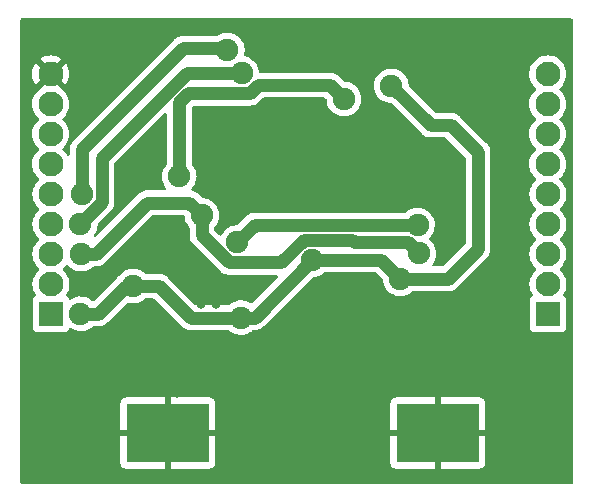
<source format=gbr>
%TF.GenerationSoftware,KiCad,Pcbnew,(6.0.9)*%
%TF.CreationDate,2023-11-09T09:33:38+01:00*%
%TF.ProjectId,LO_daughter,4c4f5f64-6175-4676-9874-65722e6b6963,rev?*%
%TF.SameCoordinates,Original*%
%TF.FileFunction,Copper,L2,Bot*%
%TF.FilePolarity,Positive*%
%FSLAX46Y46*%
G04 Gerber Fmt 4.6, Leading zero omitted, Abs format (unit mm)*
G04 Created by KiCad (PCBNEW (6.0.9)) date 2023-11-09 09:33:38*
%MOMM*%
%LPD*%
G01*
G04 APERTURE LIST*
%TA.AperFunction,SMDPad,CuDef*%
%ADD10R,7.000000X5.000000*%
%TD*%
%TA.AperFunction,ComponentPad*%
%ADD11R,2.100000X2.100000*%
%TD*%
%TA.AperFunction,ComponentPad*%
%ADD12C,2.100000*%
%TD*%
%TA.AperFunction,ViaPad*%
%ADD13C,1.900000*%
%TD*%
%TA.AperFunction,ViaPad*%
%ADD14C,0.800000*%
%TD*%
%TA.AperFunction,ViaPad*%
%ADD15C,0.400000*%
%TD*%
%TA.AperFunction,Conductor*%
%ADD16C,1.072000*%
%TD*%
G04 APERTURE END LIST*
D10*
%TO.P,J3,2,Ext*%
%TO.N,GND*%
X141505000Y-89670000D03*
%TD*%
D11*
%TO.P,J2,1,Pin_1*%
%TO.N,unconnected-(J2-Pad1)*%
X173690000Y-79587500D03*
D12*
%TO.P,J2,2,Pin_2*%
%TO.N,unconnected-(J2-Pad2)*%
X173690000Y-77047500D03*
%TO.P,J2,3,Pin_3*%
%TO.N,unconnected-(J2-Pad3)*%
X173690000Y-74507500D03*
%TO.P,J2,4,Pin_4*%
%TO.N,unconnected-(J2-Pad4)*%
X173690000Y-71967500D03*
%TO.P,J2,5,Pin_5*%
%TO.N,unconnected-(J2-Pad5)*%
X173690000Y-69427500D03*
%TO.P,J2,6,Pin_6*%
%TO.N,unconnected-(J2-Pad6)*%
X173665000Y-66887500D03*
%TO.P,J2,7,Pin_7*%
%TO.N,unconnected-(J2-Pad7)*%
X173665000Y-64347500D03*
%TO.P,J2,8,Pin_8*%
%TO.N,unconnected-(J2-Pad8)*%
X173665000Y-61807500D03*
%TO.P,J2,9,Pin_9*%
%TO.N,unconnected-(J2-Pad9)*%
X173665000Y-59262500D03*
%TD*%
D10*
%TO.P,J4,2,Ext*%
%TO.N,GND*%
X164365000Y-89670000D03*
%TD*%
D11*
%TO.P,J1,1,Pin_1*%
%TO.N,/3.3V_a*%
X131610000Y-79587500D03*
D12*
%TO.P,J1,2,Pin_2*%
%TO.N,/3.3V_d*%
X131610000Y-77047500D03*
%TO.P,J1,3,Pin_3*%
%TO.N,/5V*%
X131610000Y-74507500D03*
%TO.P,J1,4,Pin_4*%
%TO.N,/MUXOUT*%
X131610000Y-71967500D03*
%TO.P,J1,5,Pin_5*%
%TO.N,/REFIN_A*%
X131610000Y-69427500D03*
%TO.P,J1,6,Pin_6*%
%TO.N,/LE*%
X131585000Y-66887500D03*
%TO.P,J1,7,Pin_7*%
%TO.N,/DATA*%
X131585000Y-64347500D03*
%TO.P,J1,8,Pin_8*%
%TO.N,/CLK*%
X131585000Y-61807500D03*
%TO.P,J1,9,Pin_9*%
%TO.N,GND*%
X131585000Y-59262500D03*
%TD*%
D13*
%TO.N,/3.3V_d*%
X142470000Y-67950000D03*
X156403000Y-61380000D03*
D14*
%TO.N,GND*%
X158300000Y-56300000D03*
X146170000Y-93340000D03*
X155100000Y-87830000D03*
X171400000Y-74920000D03*
D15*
X153439000Y-68740000D03*
D14*
X165400000Y-72750000D03*
X169380000Y-78460000D03*
X157170000Y-55690000D03*
X136480000Y-88150000D03*
X148350000Y-86550000D03*
X158830000Y-87860000D03*
X142510000Y-72860000D03*
X167440000Y-55890000D03*
X133840000Y-55460000D03*
X155740000Y-55710000D03*
D15*
X154091000Y-69360000D03*
D14*
X151470000Y-89830000D03*
X139410000Y-86220000D03*
X149750000Y-87900000D03*
X169530000Y-58080000D03*
X137950000Y-84050000D03*
X167830000Y-81350000D03*
X153970000Y-79950000D03*
X153110000Y-81370000D03*
X153200000Y-93310000D03*
X144290000Y-83400000D03*
X134370000Y-88230000D03*
D15*
X154091000Y-69990000D03*
X154093500Y-70610000D03*
D14*
X169380000Y-86150000D03*
X169530000Y-64140000D03*
D15*
X152789500Y-68740000D03*
D14*
X171200000Y-84370000D03*
X139360000Y-55420000D03*
X171370000Y-76670000D03*
X150530000Y-85720000D03*
X169480000Y-76640000D03*
X143800000Y-86130000D03*
D15*
X152794500Y-70610000D03*
D14*
X165350000Y-85150000D03*
X132040000Y-55460000D03*
X169600000Y-62170000D03*
X162080000Y-84000000D03*
X154470000Y-56980000D03*
X173570000Y-55850000D03*
X134340000Y-90240000D03*
D15*
X152792000Y-69990000D03*
D14*
X155060000Y-89690000D03*
D15*
X154081000Y-68140000D03*
D14*
X169530000Y-73200000D03*
X155750000Y-57030000D03*
D15*
X154078500Y-67520000D03*
D14*
X171460000Y-60190000D03*
X156890000Y-91520000D03*
X145530000Y-83960000D03*
X173220000Y-90140000D03*
X156400000Y-63630000D03*
X149110000Y-85700000D03*
X131900000Y-56860000D03*
D15*
X154730500Y-68140000D03*
D14*
X151320000Y-86660000D03*
X149810000Y-86660000D03*
X138050000Y-81310000D03*
X153280000Y-85230000D03*
X169570000Y-60160000D03*
X149680000Y-93380000D03*
X130180000Y-56890000D03*
X163460000Y-78290000D03*
X167750000Y-78590000D03*
X140110000Y-85380000D03*
X154220000Y-85840000D03*
X134270000Y-82490000D03*
X166810000Y-82160000D03*
X158790000Y-91520000D03*
X139040000Y-81980000D03*
D15*
X152142500Y-69360000D03*
D14*
X159870000Y-84490000D03*
X143040000Y-85310000D03*
X130500000Y-86250000D03*
X141620000Y-85350000D03*
X169510000Y-74890000D03*
X132390000Y-90260000D03*
X157130000Y-58620000D03*
X162030000Y-86120000D03*
X164690000Y-86100000D03*
X146200000Y-89720000D03*
D15*
X155377500Y-67520000D03*
D14*
X138040000Y-82720000D03*
X147750000Y-85200000D03*
X136380000Y-84370000D03*
X157000000Y-83000000D03*
X144980000Y-85620000D03*
D15*
X153441500Y-69990000D03*
D14*
X171230000Y-80380000D03*
X134340000Y-86260000D03*
D15*
X152130000Y-67520000D03*
D14*
X132390000Y-86280000D03*
X159620000Y-82510000D03*
X153230000Y-91490000D03*
X169570000Y-55890000D03*
D15*
X152142500Y-69990000D03*
D14*
X171270000Y-86180000D03*
X158470000Y-85490000D03*
X147960000Y-89690000D03*
X171460000Y-55920000D03*
X158110000Y-83880000D03*
X149710000Y-91560000D03*
X156810000Y-81610000D03*
X139060000Y-68080000D03*
X161360000Y-85010000D03*
X171160000Y-92170000D03*
X146240000Y-85100000D03*
X136380000Y-82410000D03*
X173150000Y-82390000D03*
X151440000Y-93450000D03*
X173150000Y-84350000D03*
D15*
X155380000Y-68140000D03*
D14*
X153990000Y-77350000D03*
X137840000Y-68440000D03*
X132320000Y-84470000D03*
X164020000Y-85150000D03*
X169310000Y-82380000D03*
X144220000Y-84690000D03*
X155930000Y-82450000D03*
X134230000Y-92250000D03*
X134270000Y-84450000D03*
X154200000Y-84240000D03*
X158790000Y-89720000D03*
X158760000Y-93340000D03*
D15*
X154728000Y-67520000D03*
D14*
X171270000Y-78490000D03*
X147960000Y-91490000D03*
D15*
X152140000Y-68740000D03*
D14*
X130500000Y-90230000D03*
X155050000Y-83390000D03*
D15*
X153441500Y-69360000D03*
D14*
X160930000Y-82380000D03*
X171490000Y-62200000D03*
X139080000Y-84690000D03*
X137570000Y-55420000D03*
X162030000Y-82640000D03*
X138000000Y-79950000D03*
X139060000Y-83310000D03*
X130250000Y-55460000D03*
X157180000Y-57010000D03*
X153970000Y-78690000D03*
X152010000Y-85660000D03*
D15*
X153429000Y-67520000D03*
D14*
X130430000Y-82480000D03*
X162170000Y-78310000D03*
D15*
X153431500Y-68140000D03*
D14*
X146240000Y-87860000D03*
X159980000Y-86420000D03*
X169410000Y-88120000D03*
X167790000Y-84080000D03*
D15*
X154088500Y-68740000D03*
D14*
X152930000Y-86470000D03*
X160990000Y-83650000D03*
X149710000Y-89760000D03*
X173110000Y-92150000D03*
X135630000Y-55460000D03*
D15*
X154740500Y-69990000D03*
D14*
X140450000Y-68340000D03*
D15*
X155387500Y-68740000D03*
D14*
X163420000Y-86150000D03*
D15*
X155390000Y-69990000D03*
D14*
X158420000Y-60730000D03*
X155210000Y-84890000D03*
X138210000Y-85320000D03*
X154460000Y-55660000D03*
X166790000Y-80790000D03*
X156890000Y-89720000D03*
X153060000Y-55730000D03*
X171420000Y-64170000D03*
X167900000Y-82600000D03*
X169380000Y-90130000D03*
X132280000Y-92270000D03*
X171270000Y-90160000D03*
X155060000Y-91490000D03*
X167810000Y-80040000D03*
D15*
X155390000Y-69360000D03*
D14*
X161990000Y-81350000D03*
D15*
X153444000Y-70610000D03*
D14*
X169310000Y-84340000D03*
X166660000Y-84770000D03*
D15*
X152779500Y-67520000D03*
X152782000Y-68140000D03*
D14*
X136450000Y-90160000D03*
X171420000Y-58110000D03*
D15*
X154738000Y-68740000D03*
D14*
X162680000Y-85140000D03*
X145600000Y-78740000D03*
X136340000Y-92170000D03*
X153070000Y-57050000D03*
X169340000Y-80350000D03*
X151510000Y-87970000D03*
X156030000Y-83930000D03*
X139060000Y-80600000D03*
X167490000Y-85500000D03*
D15*
X154743000Y-70610000D03*
D14*
X153230000Y-89690000D03*
X173250000Y-88130000D03*
D15*
X154740500Y-69360000D03*
D14*
X160700000Y-81290000D03*
X166840000Y-83450000D03*
X130430000Y-84440000D03*
X156930000Y-87860000D03*
X147020000Y-86210000D03*
X147930000Y-93310000D03*
X164880000Y-78270000D03*
X158340000Y-59290000D03*
X140830000Y-86230000D03*
X158160000Y-81500000D03*
X130530000Y-88220000D03*
D15*
X152145000Y-70610000D03*
D14*
X142240000Y-86250000D03*
D15*
X152132500Y-68140000D03*
D14*
X132420000Y-88250000D03*
X158270000Y-57760000D03*
X169270000Y-92140000D03*
X139060000Y-79310000D03*
X132320000Y-82510000D03*
X156930000Y-86240000D03*
D15*
X155392500Y-70610000D03*
D14*
X153270000Y-87830000D03*
X130390000Y-92240000D03*
X156860000Y-93340000D03*
X146200000Y-91520000D03*
X151470000Y-91630000D03*
X173220000Y-86160000D03*
X155030000Y-93310000D03*
X159450000Y-81310000D03*
X166860000Y-79470000D03*
X171200000Y-82410000D03*
X171420000Y-73230000D03*
D15*
X152792000Y-69360000D03*
D14*
X136450000Y-86180000D03*
X158180000Y-82510000D03*
X138090000Y-74690000D03*
X166090000Y-85990000D03*
X166280000Y-78330000D03*
X165550000Y-55860000D03*
X171300000Y-88150000D03*
X147100000Y-76840000D03*
X148000000Y-87830000D03*
X144310000Y-78740000D03*
D13*
%TO.N,/3.3V_a*%
X160428171Y-60268171D03*
X134110000Y-79570000D03*
X138570000Y-77220000D03*
X147670000Y-79900000D03*
X161170000Y-76610000D03*
X153720000Y-75010000D03*
%TO.N,/5V*%
X134170000Y-74510000D03*
X162764500Y-74470000D03*
X144390000Y-71230000D03*
%TO.N,/REFIN_A*%
X146550000Y-57240000D03*
X134230000Y-69430000D03*
%TO.N,Net-(C17-Pad1)*%
X162647679Y-72062739D03*
X147380000Y-73530000D03*
%TO.N,/MUXOUT*%
X134110000Y-71950000D03*
X147760000Y-59210000D03*
%TD*%
D16*
%TO.N,/3.3V_d*%
X148458365Y-60896000D02*
X143242880Y-60896000D01*
X156403000Y-61380000D02*
X155223000Y-60200000D01*
X143242880Y-60896000D02*
X142470000Y-61668880D01*
X155223000Y-60200000D02*
X149154365Y-60200000D01*
X149154365Y-60200000D02*
X148458365Y-60896000D01*
X142470000Y-61668880D02*
X142470000Y-67950000D01*
%TO.N,/3.3V_a*%
X138570000Y-77220000D02*
X140770000Y-77220000D01*
X148860000Y-79900000D02*
X147670000Y-79900000D01*
X153720000Y-75040000D02*
X148860000Y-79900000D01*
X160428171Y-60268171D02*
X163761921Y-63601921D01*
X135624365Y-79570000D02*
X134110000Y-79570000D01*
X161170000Y-76610000D02*
X159570000Y-75010000D01*
X143450000Y-79900000D02*
X147670000Y-79900000D01*
X159570000Y-75010000D02*
X153720000Y-75010000D01*
X163761921Y-63601921D02*
X165481921Y-63601921D01*
X167770000Y-74070000D02*
X165230000Y-76610000D01*
X165481921Y-63601921D02*
X167770000Y-65890000D01*
X138570000Y-77220000D02*
X137974365Y-77220000D01*
X153720000Y-75010000D02*
X153720000Y-75040000D01*
X137974365Y-77220000D02*
X135624365Y-79570000D01*
X140770000Y-77220000D02*
X143450000Y-79900000D01*
X165230000Y-76610000D02*
X161170000Y-76610000D01*
X167770000Y-65890000D02*
X167770000Y-74070000D01*
%TO.N,/5V*%
X139780000Y-70160000D02*
X135430000Y-74510000D01*
X162764500Y-74470000D02*
X161832500Y-73538000D01*
X161832500Y-73538000D02*
X157304755Y-73538000D01*
X151129635Y-75216000D02*
X146681635Y-75216000D01*
X144390000Y-72924365D02*
X144390000Y-71230000D01*
X146681635Y-75216000D02*
X144390000Y-72924365D01*
X153021635Y-73324000D02*
X151129635Y-75216000D01*
X157090755Y-73324000D02*
X153021635Y-73324000D01*
X144390000Y-71230000D02*
X143320000Y-70160000D01*
X135430000Y-74510000D02*
X134170000Y-74510000D01*
X143320000Y-70160000D02*
X139780000Y-70160000D01*
X157304755Y-73538000D02*
X157090755Y-73324000D01*
%TO.N,/REFIN_A*%
X134230000Y-65660000D02*
X134230000Y-69430000D01*
X146400000Y-57090000D02*
X142800000Y-57090000D01*
X146550000Y-57240000D02*
X146400000Y-57090000D01*
X142800000Y-57090000D02*
X134230000Y-65660000D01*
%TO.N,Net-(C17-Pad1)*%
X148858000Y-72052000D02*
X147380000Y-73530000D01*
X162636940Y-72052000D02*
X148858000Y-72052000D01*
X162647679Y-72062739D02*
X162636940Y-72052000D01*
%TO.N,/MUXOUT*%
X143130000Y-59210000D02*
X135916000Y-66424000D01*
X147760000Y-59210000D02*
X143130000Y-59210000D01*
X135916000Y-66424000D02*
X135916000Y-70144000D01*
X135916000Y-70144000D02*
X134110000Y-71950000D01*
%TD*%
%TA.AperFunction,Conductor*%
%TO.N,GND*%
G36*
X175733621Y-54578502D02*
G01*
X175780114Y-54632158D01*
X175791500Y-54684500D01*
X175791500Y-93835500D01*
X175771498Y-93903621D01*
X175717842Y-93950114D01*
X175665500Y-93961500D01*
X129154500Y-93961500D01*
X129086379Y-93941498D01*
X129039886Y-93887842D01*
X129028500Y-93835500D01*
X129028500Y-92214669D01*
X137497001Y-92214669D01*
X137497371Y-92221490D01*
X137502895Y-92272352D01*
X137506521Y-92287604D01*
X137551676Y-92408054D01*
X137560214Y-92423649D01*
X137636715Y-92525724D01*
X137649276Y-92538285D01*
X137751351Y-92614786D01*
X137766946Y-92623324D01*
X137887394Y-92668478D01*
X137902649Y-92672105D01*
X137953514Y-92677631D01*
X137960328Y-92678000D01*
X141232885Y-92678000D01*
X141248124Y-92673525D01*
X141249329Y-92672135D01*
X141251000Y-92664452D01*
X141251000Y-92659884D01*
X141759000Y-92659884D01*
X141763475Y-92675123D01*
X141764865Y-92676328D01*
X141772548Y-92677999D01*
X145049669Y-92677999D01*
X145056490Y-92677629D01*
X145107352Y-92672105D01*
X145122604Y-92668479D01*
X145243054Y-92623324D01*
X145258649Y-92614786D01*
X145360724Y-92538285D01*
X145373285Y-92525724D01*
X145449786Y-92423649D01*
X145458324Y-92408054D01*
X145503478Y-92287606D01*
X145507105Y-92272351D01*
X145512631Y-92221486D01*
X145513000Y-92214672D01*
X145513000Y-92214669D01*
X160357001Y-92214669D01*
X160357371Y-92221490D01*
X160362895Y-92272352D01*
X160366521Y-92287604D01*
X160411676Y-92408054D01*
X160420214Y-92423649D01*
X160496715Y-92525724D01*
X160509276Y-92538285D01*
X160611351Y-92614786D01*
X160626946Y-92623324D01*
X160747394Y-92668478D01*
X160762649Y-92672105D01*
X160813514Y-92677631D01*
X160820328Y-92678000D01*
X164092885Y-92678000D01*
X164108124Y-92673525D01*
X164109329Y-92672135D01*
X164111000Y-92664452D01*
X164111000Y-92659884D01*
X164619000Y-92659884D01*
X164623475Y-92675123D01*
X164624865Y-92676328D01*
X164632548Y-92677999D01*
X167909669Y-92677999D01*
X167916490Y-92677629D01*
X167967352Y-92672105D01*
X167982604Y-92668479D01*
X168103054Y-92623324D01*
X168118649Y-92614786D01*
X168220724Y-92538285D01*
X168233285Y-92525724D01*
X168309786Y-92423649D01*
X168318324Y-92408054D01*
X168363478Y-92287606D01*
X168367105Y-92272351D01*
X168372631Y-92221486D01*
X168373000Y-92214672D01*
X168373000Y-89942115D01*
X168368525Y-89926876D01*
X168367135Y-89925671D01*
X168359452Y-89924000D01*
X164637115Y-89924000D01*
X164621876Y-89928475D01*
X164620671Y-89929865D01*
X164619000Y-89937548D01*
X164619000Y-92659884D01*
X164111000Y-92659884D01*
X164111000Y-89942115D01*
X164106525Y-89926876D01*
X164105135Y-89925671D01*
X164097452Y-89924000D01*
X160375116Y-89924000D01*
X160359877Y-89928475D01*
X160358672Y-89929865D01*
X160357001Y-89937548D01*
X160357001Y-92214669D01*
X145513000Y-92214669D01*
X145513000Y-89942115D01*
X145508525Y-89926876D01*
X145507135Y-89925671D01*
X145499452Y-89924000D01*
X141777115Y-89924000D01*
X141761876Y-89928475D01*
X141760671Y-89929865D01*
X141759000Y-89937548D01*
X141759000Y-92659884D01*
X141251000Y-92659884D01*
X141251000Y-89942115D01*
X141246525Y-89926876D01*
X141245135Y-89925671D01*
X141237452Y-89924000D01*
X137515116Y-89924000D01*
X137499877Y-89928475D01*
X137498672Y-89929865D01*
X137497001Y-89937548D01*
X137497001Y-92214669D01*
X129028500Y-92214669D01*
X129028500Y-89397885D01*
X137497000Y-89397885D01*
X137501475Y-89413124D01*
X137502865Y-89414329D01*
X137510548Y-89416000D01*
X141232885Y-89416000D01*
X141248124Y-89411525D01*
X141249329Y-89410135D01*
X141251000Y-89402452D01*
X141251000Y-89397885D01*
X141759000Y-89397885D01*
X141763475Y-89413124D01*
X141764865Y-89414329D01*
X141772548Y-89416000D01*
X145494884Y-89416000D01*
X145510123Y-89411525D01*
X145511328Y-89410135D01*
X145512999Y-89402452D01*
X145512999Y-89397885D01*
X160357000Y-89397885D01*
X160361475Y-89413124D01*
X160362865Y-89414329D01*
X160370548Y-89416000D01*
X164092885Y-89416000D01*
X164108124Y-89411525D01*
X164109329Y-89410135D01*
X164111000Y-89402452D01*
X164111000Y-89397885D01*
X164619000Y-89397885D01*
X164623475Y-89413124D01*
X164624865Y-89414329D01*
X164632548Y-89416000D01*
X168354884Y-89416000D01*
X168370123Y-89411525D01*
X168371328Y-89410135D01*
X168372999Y-89402452D01*
X168372999Y-87125331D01*
X168372629Y-87118510D01*
X168367105Y-87067648D01*
X168363479Y-87052396D01*
X168318324Y-86931946D01*
X168309786Y-86916351D01*
X168233285Y-86814276D01*
X168220724Y-86801715D01*
X168118649Y-86725214D01*
X168103054Y-86716676D01*
X167982606Y-86671522D01*
X167967351Y-86667895D01*
X167916486Y-86662369D01*
X167909672Y-86662000D01*
X164637115Y-86662000D01*
X164621876Y-86666475D01*
X164620671Y-86667865D01*
X164619000Y-86675548D01*
X164619000Y-89397885D01*
X164111000Y-89397885D01*
X164111000Y-86680116D01*
X164106525Y-86664877D01*
X164105135Y-86663672D01*
X164097452Y-86662001D01*
X160820331Y-86662001D01*
X160813510Y-86662371D01*
X160762648Y-86667895D01*
X160747396Y-86671521D01*
X160626946Y-86716676D01*
X160611351Y-86725214D01*
X160509276Y-86801715D01*
X160496715Y-86814276D01*
X160420214Y-86916351D01*
X160411676Y-86931946D01*
X160366522Y-87052394D01*
X160362895Y-87067649D01*
X160357369Y-87118514D01*
X160357000Y-87125328D01*
X160357000Y-89397885D01*
X145512999Y-89397885D01*
X145512999Y-87125331D01*
X145512629Y-87118510D01*
X145507105Y-87067648D01*
X145503479Y-87052396D01*
X145458324Y-86931946D01*
X145449786Y-86916351D01*
X145373285Y-86814276D01*
X145360724Y-86801715D01*
X145258649Y-86725214D01*
X145243054Y-86716676D01*
X145122606Y-86671522D01*
X145107351Y-86667895D01*
X145056486Y-86662369D01*
X145049672Y-86662000D01*
X141777115Y-86662000D01*
X141761876Y-86666475D01*
X141760671Y-86667865D01*
X141759000Y-86675548D01*
X141759000Y-89397885D01*
X141251000Y-89397885D01*
X141251000Y-86680116D01*
X141246525Y-86664877D01*
X141245135Y-86663672D01*
X141237452Y-86662001D01*
X137960331Y-86662001D01*
X137953510Y-86662371D01*
X137902648Y-86667895D01*
X137887396Y-86671521D01*
X137766946Y-86716676D01*
X137751351Y-86725214D01*
X137649276Y-86801715D01*
X137636715Y-86814276D01*
X137560214Y-86916351D01*
X137551676Y-86931946D01*
X137506522Y-87052394D01*
X137502895Y-87067649D01*
X137497369Y-87118514D01*
X137497000Y-87125328D01*
X137497000Y-89397885D01*
X129028500Y-89397885D01*
X129028500Y-66887500D01*
X130021681Y-66887500D01*
X130040928Y-67132057D01*
X130042082Y-67136864D01*
X130042083Y-67136870D01*
X130063750Y-67227117D01*
X130098195Y-67370592D01*
X130100088Y-67375163D01*
X130100089Y-67375165D01*
X130128874Y-67444656D01*
X130192073Y-67597232D01*
X130320248Y-67806396D01*
X130479567Y-67992933D01*
X130483323Y-67996141D01*
X130572569Y-68072365D01*
X130611378Y-68131816D01*
X130611884Y-68202811D01*
X130572569Y-68263987D01*
X130508323Y-68318859D01*
X130504567Y-68322067D01*
X130501359Y-68325823D01*
X130366434Y-68483799D01*
X130345248Y-68508604D01*
X130342660Y-68512827D01*
X130342658Y-68512830D01*
X130339951Y-68517248D01*
X130217073Y-68717768D01*
X130123195Y-68944408D01*
X130110898Y-68995630D01*
X130070787Y-69162704D01*
X130065928Y-69182943D01*
X130046681Y-69427500D01*
X130065928Y-69672057D01*
X130067082Y-69676864D01*
X130067083Y-69676870D01*
X130084961Y-69751335D01*
X130123195Y-69910592D01*
X130217073Y-70137232D01*
X130254228Y-70197864D01*
X130340207Y-70338169D01*
X130345248Y-70346396D01*
X130348459Y-70350155D01*
X130348465Y-70350163D01*
X130359261Y-70362803D01*
X130504567Y-70532933D01*
X130508323Y-70536141D01*
X130585069Y-70601689D01*
X130623878Y-70661140D01*
X130624384Y-70732135D01*
X130585069Y-70793311D01*
X130523231Y-70846126D01*
X130504567Y-70862067D01*
X130501359Y-70865823D01*
X130366076Y-71024218D01*
X130345248Y-71048604D01*
X130342660Y-71052827D01*
X130342658Y-71052830D01*
X130324498Y-71082465D01*
X130217073Y-71257768D01*
X130123195Y-71484408D01*
X130103351Y-71567063D01*
X130079204Y-71667646D01*
X130065928Y-71722943D01*
X130046681Y-71967500D01*
X130065928Y-72212057D01*
X130067082Y-72216864D01*
X130067083Y-72216870D01*
X130103099Y-72366886D01*
X130123195Y-72450592D01*
X130217073Y-72677232D01*
X130235902Y-72707958D01*
X130333598Y-72867384D01*
X130345248Y-72886396D01*
X130348463Y-72890160D01*
X130348465Y-72890163D01*
X130455010Y-73014910D01*
X130504567Y-73072933D01*
X130508323Y-73076141D01*
X130585069Y-73141689D01*
X130623878Y-73201140D01*
X130624384Y-73272135D01*
X130585069Y-73333311D01*
X130508323Y-73398859D01*
X130504567Y-73402067D01*
X130501359Y-73405823D01*
X130351911Y-73580803D01*
X130345248Y-73588604D01*
X130342660Y-73592827D01*
X130342658Y-73592830D01*
X130315374Y-73637354D01*
X130217073Y-73797768D01*
X130199881Y-73839274D01*
X130129631Y-74008871D01*
X130123195Y-74024408D01*
X130111370Y-74073664D01*
X130072367Y-74236124D01*
X130065928Y-74262943D01*
X130046681Y-74507500D01*
X130065928Y-74752057D01*
X130067082Y-74756864D01*
X130067083Y-74756870D01*
X130102068Y-74902592D01*
X130123195Y-74990592D01*
X130125088Y-74995163D01*
X130125089Y-74995165D01*
X130130716Y-75008750D01*
X130217073Y-75217232D01*
X130300262Y-75352985D01*
X130320975Y-75386785D01*
X130345248Y-75426396D01*
X130348463Y-75430160D01*
X130348465Y-75430163D01*
X130455625Y-75555630D01*
X130504567Y-75612933D01*
X130508323Y-75616141D01*
X130585069Y-75681689D01*
X130623878Y-75741140D01*
X130624384Y-75812135D01*
X130585069Y-75873311D01*
X130530882Y-75919592D01*
X130504567Y-75942067D01*
X130501359Y-75945823D01*
X130377303Y-76091073D01*
X130345248Y-76128604D01*
X130342660Y-76132827D01*
X130342658Y-76132830D01*
X130305553Y-76193381D01*
X130217073Y-76337768D01*
X130123195Y-76564408D01*
X130065928Y-76802943D01*
X130046681Y-77047500D01*
X130065928Y-77292057D01*
X130067082Y-77296864D01*
X130067083Y-77296870D01*
X130089478Y-77390152D01*
X130123195Y-77530592D01*
X130217073Y-77757232D01*
X130282552Y-77864084D01*
X130325832Y-77934712D01*
X130344370Y-78003245D01*
X130322913Y-78070922D01*
X130293965Y-78101372D01*
X130196739Y-78174239D01*
X130109385Y-78290795D01*
X130058255Y-78427184D01*
X130051500Y-78489366D01*
X130051500Y-80685634D01*
X130058255Y-80747816D01*
X130109385Y-80884205D01*
X130196739Y-81000761D01*
X130313295Y-81088115D01*
X130449684Y-81139245D01*
X130511866Y-81146000D01*
X132708134Y-81146000D01*
X132770316Y-81139245D01*
X132906705Y-81088115D01*
X133023261Y-81000761D01*
X133110615Y-80884205D01*
X133122362Y-80852870D01*
X133165004Y-80796106D01*
X133231565Y-80771406D01*
X133303914Y-80788312D01*
X133477643Y-80889831D01*
X133482468Y-80891673D01*
X133482469Y-80891674D01*
X133508316Y-80901544D01*
X133701697Y-80975389D01*
X133706763Y-80976420D01*
X133706764Y-80976420D01*
X133730500Y-80981249D01*
X133936716Y-81023204D01*
X134072264Y-81028174D01*
X134171225Y-81031803D01*
X134171229Y-81031803D01*
X134176389Y-81031992D01*
X134181509Y-81031336D01*
X134181511Y-81031336D01*
X134409151Y-81002175D01*
X134409152Y-81002175D01*
X134414279Y-81001518D01*
X134419229Y-81000033D01*
X134639042Y-80934086D01*
X134639047Y-80934084D01*
X134643997Y-80932599D01*
X134859374Y-80827087D01*
X134863579Y-80824087D01*
X134863585Y-80824084D01*
X134981522Y-80739960D01*
X135054627Y-80687815D01*
X135091320Y-80651249D01*
X135153693Y-80617333D01*
X135180261Y-80614500D01*
X135560560Y-80614500D01*
X135574167Y-80615237D01*
X135607248Y-80618831D01*
X135607253Y-80618831D01*
X135613374Y-80619496D01*
X135631118Y-80617944D01*
X135665100Y-80614971D01*
X135669926Y-80614642D01*
X135672827Y-80614500D01*
X135675909Y-80614500D01*
X135687700Y-80613344D01*
X135720235Y-80610154D01*
X135721548Y-80610033D01*
X135811285Y-80602182D01*
X135811297Y-80602180D01*
X135817432Y-80601643D01*
X135822731Y-80600104D01*
X135828224Y-80599565D01*
X135920445Y-80571722D01*
X135921582Y-80571385D01*
X136014136Y-80544496D01*
X136019036Y-80541956D01*
X136024319Y-80540361D01*
X136109358Y-80495145D01*
X136110406Y-80494595D01*
X136190524Y-80453066D01*
X136190525Y-80453065D01*
X136195993Y-80450231D01*
X136200310Y-80446785D01*
X136205179Y-80444196D01*
X136279915Y-80383243D01*
X136280721Y-80382593D01*
X136321359Y-80350152D01*
X136323853Y-80347658D01*
X136324892Y-80346729D01*
X136329243Y-80343013D01*
X136359137Y-80318632D01*
X136359140Y-80318629D01*
X136363917Y-80314733D01*
X136394325Y-80277976D01*
X136402314Y-80269197D01*
X138020311Y-78651200D01*
X138082623Y-78617174D01*
X138151817Y-78622395D01*
X138151902Y-78622102D01*
X138153295Y-78622507D01*
X138154359Y-78622587D01*
X138161697Y-78625389D01*
X138166763Y-78626420D01*
X138166764Y-78626420D01*
X138223039Y-78637869D01*
X138396716Y-78673204D01*
X138532264Y-78678174D01*
X138631225Y-78681803D01*
X138631229Y-78681803D01*
X138636389Y-78681992D01*
X138641509Y-78681336D01*
X138641511Y-78681336D01*
X138869151Y-78652175D01*
X138869152Y-78652175D01*
X138874279Y-78651518D01*
X138957935Y-78626420D01*
X139099042Y-78584086D01*
X139099047Y-78584084D01*
X139103997Y-78582599D01*
X139319374Y-78477087D01*
X139323579Y-78474087D01*
X139323585Y-78474084D01*
X139462321Y-78375124D01*
X139514627Y-78337815D01*
X139551320Y-78301249D01*
X139613693Y-78267333D01*
X139640261Y-78264500D01*
X140285164Y-78264500D01*
X140353285Y-78284502D01*
X140374259Y-78301405D01*
X142666303Y-80593449D01*
X142675404Y-80603591D01*
X142700122Y-80634334D01*
X142704839Y-80638292D01*
X142704841Y-80638294D01*
X142739911Y-80667721D01*
X142743564Y-80670908D01*
X142745690Y-80672836D01*
X142747874Y-80675020D01*
X142750253Y-80676974D01*
X142750265Y-80676985D01*
X142782283Y-80703285D01*
X142783298Y-80704127D01*
X142857037Y-80766001D01*
X142861873Y-80768660D01*
X142866137Y-80772162D01*
X142910792Y-80796106D01*
X142950984Y-80817657D01*
X142952113Y-80818270D01*
X143036537Y-80864682D01*
X143041795Y-80866350D01*
X143046661Y-80868959D01*
X143052557Y-80870761D01*
X143052558Y-80870762D01*
X143070395Y-80876215D01*
X143138787Y-80897124D01*
X143139925Y-80897478D01*
X143231785Y-80926619D01*
X143237273Y-80927235D01*
X143242547Y-80928847D01*
X143338384Y-80938583D01*
X143339520Y-80938704D01*
X143391198Y-80944500D01*
X143394725Y-80944500D01*
X143396137Y-80944579D01*
X143401839Y-80945028D01*
X143440208Y-80948926D01*
X143440213Y-80948926D01*
X143446336Y-80949548D01*
X143493825Y-80945059D01*
X143505682Y-80944500D01*
X146599195Y-80944500D01*
X146667316Y-80964502D01*
X146679680Y-80973556D01*
X146830571Y-81098828D01*
X147037643Y-81219831D01*
X147261697Y-81305389D01*
X147266763Y-81306420D01*
X147266764Y-81306420D01*
X147323039Y-81317869D01*
X147496716Y-81353204D01*
X147632264Y-81358174D01*
X147731225Y-81361803D01*
X147731229Y-81361803D01*
X147736389Y-81361992D01*
X147741509Y-81361336D01*
X147741511Y-81361336D01*
X147969151Y-81332175D01*
X147969152Y-81332175D01*
X147974279Y-81331518D01*
X148057935Y-81306420D01*
X148199042Y-81264086D01*
X148199047Y-81264084D01*
X148203997Y-81262599D01*
X148419374Y-81157087D01*
X148423579Y-81154087D01*
X148423585Y-81154084D01*
X148516516Y-81087796D01*
X148614627Y-81017815D01*
X148651320Y-80981249D01*
X148713693Y-80947333D01*
X148740261Y-80944500D01*
X148796195Y-80944500D01*
X148809802Y-80945237D01*
X148842883Y-80948831D01*
X148842888Y-80948831D01*
X148849009Y-80949496D01*
X148866753Y-80947944D01*
X148900735Y-80944971D01*
X148905561Y-80944642D01*
X148908462Y-80944500D01*
X148911544Y-80944500D01*
X148923335Y-80943344D01*
X148955870Y-80940154D01*
X148957183Y-80940033D01*
X149046920Y-80932182D01*
X149046932Y-80932180D01*
X149053067Y-80931643D01*
X149058366Y-80930104D01*
X149063859Y-80929565D01*
X149156080Y-80901722D01*
X149157217Y-80901385D01*
X149249771Y-80874496D01*
X149254671Y-80871956D01*
X149259954Y-80870361D01*
X149344993Y-80825145D01*
X149346041Y-80824595D01*
X149426159Y-80783066D01*
X149426160Y-80783065D01*
X149431628Y-80780231D01*
X149435945Y-80776785D01*
X149440814Y-80774196D01*
X149515550Y-80713243D01*
X149516356Y-80712593D01*
X149556994Y-80680152D01*
X149559488Y-80677658D01*
X149560527Y-80676729D01*
X149564878Y-80673013D01*
X149594772Y-80648632D01*
X149594775Y-80648629D01*
X149599552Y-80644733D01*
X149629960Y-80607976D01*
X149637949Y-80599197D01*
X153731616Y-76505530D01*
X153793928Y-76471504D01*
X153804696Y-76469647D01*
X153908324Y-76456372D01*
X154019152Y-76442175D01*
X154019155Y-76442174D01*
X154024279Y-76441518D01*
X154029229Y-76440033D01*
X154249042Y-76374086D01*
X154249047Y-76374084D01*
X154253997Y-76372599D01*
X154469374Y-76267087D01*
X154473579Y-76264087D01*
X154473585Y-76264084D01*
X154573654Y-76192705D01*
X154664627Y-76127815D01*
X154701320Y-76091249D01*
X154763693Y-76057333D01*
X154790261Y-76054500D01*
X159085164Y-76054500D01*
X159153285Y-76074502D01*
X159174259Y-76091405D01*
X159676054Y-76593200D01*
X159710080Y-76655512D01*
X159712750Y-76675042D01*
X159720744Y-76813680D01*
X159773470Y-77047646D01*
X159863702Y-77269859D01*
X159989014Y-77474351D01*
X160146043Y-77655630D01*
X160330571Y-77808828D01*
X160537643Y-77929831D01*
X160761697Y-78015389D01*
X160766763Y-78016420D01*
X160766764Y-78016420D01*
X160823039Y-78027869D01*
X160996716Y-78063204D01*
X161132264Y-78068174D01*
X161231225Y-78071803D01*
X161231229Y-78071803D01*
X161236389Y-78071992D01*
X161241509Y-78071336D01*
X161241511Y-78071336D01*
X161469151Y-78042175D01*
X161469152Y-78042175D01*
X161474279Y-78041518D01*
X161557935Y-78016420D01*
X161699042Y-77974086D01*
X161699047Y-77974084D01*
X161703997Y-77972599D01*
X161919374Y-77867087D01*
X161923579Y-77864087D01*
X161923585Y-77864084D01*
X162016516Y-77797796D01*
X162114627Y-77727815D01*
X162151320Y-77691249D01*
X162213693Y-77657333D01*
X162240261Y-77654500D01*
X165166195Y-77654500D01*
X165179802Y-77655237D01*
X165212883Y-77658831D01*
X165212888Y-77658831D01*
X165219009Y-77659496D01*
X165236753Y-77657944D01*
X165270735Y-77654971D01*
X165275561Y-77654642D01*
X165278462Y-77654500D01*
X165281544Y-77654500D01*
X165293335Y-77653344D01*
X165325870Y-77650154D01*
X165327183Y-77650033D01*
X165416920Y-77642182D01*
X165416932Y-77642180D01*
X165423067Y-77641643D01*
X165428366Y-77640104D01*
X165433859Y-77639565D01*
X165526080Y-77611722D01*
X165527217Y-77611385D01*
X165619771Y-77584496D01*
X165624671Y-77581956D01*
X165629954Y-77580361D01*
X165714993Y-77535145D01*
X165716041Y-77534595D01*
X165796159Y-77493066D01*
X165796160Y-77493065D01*
X165801628Y-77490231D01*
X165805945Y-77486785D01*
X165810814Y-77484196D01*
X165885550Y-77423243D01*
X165886356Y-77422593D01*
X165926994Y-77390152D01*
X165929488Y-77387658D01*
X165930527Y-77386729D01*
X165934878Y-77383013D01*
X165964772Y-77358632D01*
X165964775Y-77358629D01*
X165969552Y-77354733D01*
X165999960Y-77317976D01*
X166007949Y-77309197D01*
X168463449Y-74853697D01*
X168473592Y-74844595D01*
X168499534Y-74823737D01*
X168504334Y-74819878D01*
X168537721Y-74780089D01*
X168540908Y-74776436D01*
X168542836Y-74774310D01*
X168545020Y-74772126D01*
X168546974Y-74769747D01*
X168546985Y-74769735D01*
X168573285Y-74737717D01*
X168574127Y-74736702D01*
X168632045Y-74667677D01*
X168636001Y-74662963D01*
X168638660Y-74658127D01*
X168642162Y-74653863D01*
X168687674Y-74568984D01*
X168688286Y-74567857D01*
X168718757Y-74512430D01*
X168734682Y-74483463D01*
X168736350Y-74478205D01*
X168738959Y-74473339D01*
X168767124Y-74381213D01*
X168767478Y-74380075D01*
X168796619Y-74288215D01*
X168797235Y-74282727D01*
X168798847Y-74277453D01*
X168808583Y-74181616D01*
X168808704Y-74180480D01*
X168814500Y-74128802D01*
X168814500Y-74125275D01*
X168814579Y-74123863D01*
X168815028Y-74118161D01*
X168818926Y-74079792D01*
X168818926Y-74079787D01*
X168819548Y-74073664D01*
X168815059Y-74026175D01*
X168814500Y-74014318D01*
X168814500Y-66887500D01*
X172101681Y-66887500D01*
X172120928Y-67132057D01*
X172122082Y-67136864D01*
X172122083Y-67136870D01*
X172143750Y-67227117D01*
X172178195Y-67370592D01*
X172180088Y-67375163D01*
X172180089Y-67375165D01*
X172208874Y-67444656D01*
X172272073Y-67597232D01*
X172400248Y-67806396D01*
X172559567Y-67992933D01*
X172563323Y-67996141D01*
X172652569Y-68072365D01*
X172691378Y-68131816D01*
X172691884Y-68202811D01*
X172652569Y-68263987D01*
X172588323Y-68318859D01*
X172584567Y-68322067D01*
X172581359Y-68325823D01*
X172446434Y-68483799D01*
X172425248Y-68508604D01*
X172422660Y-68512827D01*
X172422658Y-68512830D01*
X172419951Y-68517248D01*
X172297073Y-68717768D01*
X172203195Y-68944408D01*
X172190898Y-68995630D01*
X172150787Y-69162704D01*
X172145928Y-69182943D01*
X172126681Y-69427500D01*
X172145928Y-69672057D01*
X172147082Y-69676864D01*
X172147083Y-69676870D01*
X172164961Y-69751335D01*
X172203195Y-69910592D01*
X172297073Y-70137232D01*
X172334228Y-70197864D01*
X172420207Y-70338169D01*
X172425248Y-70346396D01*
X172428459Y-70350155D01*
X172428465Y-70350163D01*
X172439261Y-70362803D01*
X172584567Y-70532933D01*
X172588323Y-70536141D01*
X172665069Y-70601689D01*
X172703878Y-70661140D01*
X172704384Y-70732135D01*
X172665069Y-70793311D01*
X172603231Y-70846126D01*
X172584567Y-70862067D01*
X172581359Y-70865823D01*
X172446076Y-71024218D01*
X172425248Y-71048604D01*
X172422660Y-71052827D01*
X172422658Y-71052830D01*
X172404498Y-71082465D01*
X172297073Y-71257768D01*
X172203195Y-71484408D01*
X172183351Y-71567063D01*
X172159204Y-71667646D01*
X172145928Y-71722943D01*
X172126681Y-71967500D01*
X172145928Y-72212057D01*
X172147082Y-72216864D01*
X172147083Y-72216870D01*
X172183099Y-72366886D01*
X172203195Y-72450592D01*
X172297073Y-72677232D01*
X172315902Y-72707958D01*
X172413598Y-72867384D01*
X172425248Y-72886396D01*
X172428463Y-72890160D01*
X172428465Y-72890163D01*
X172535010Y-73014910D01*
X172584567Y-73072933D01*
X172588323Y-73076141D01*
X172665069Y-73141689D01*
X172703878Y-73201140D01*
X172704384Y-73272135D01*
X172665069Y-73333311D01*
X172588323Y-73398859D01*
X172584567Y-73402067D01*
X172581359Y-73405823D01*
X172431911Y-73580803D01*
X172425248Y-73588604D01*
X172422660Y-73592827D01*
X172422658Y-73592830D01*
X172395374Y-73637354D01*
X172297073Y-73797768D01*
X172279881Y-73839274D01*
X172209631Y-74008871D01*
X172203195Y-74024408D01*
X172191370Y-74073664D01*
X172152367Y-74236124D01*
X172145928Y-74262943D01*
X172126681Y-74507500D01*
X172145928Y-74752057D01*
X172147082Y-74756864D01*
X172147083Y-74756870D01*
X172182068Y-74902592D01*
X172203195Y-74990592D01*
X172205088Y-74995163D01*
X172205089Y-74995165D01*
X172210716Y-75008750D01*
X172297073Y-75217232D01*
X172380262Y-75352985D01*
X172400975Y-75386785D01*
X172425248Y-75426396D01*
X172428463Y-75430160D01*
X172428465Y-75430163D01*
X172535625Y-75555630D01*
X172584567Y-75612933D01*
X172588323Y-75616141D01*
X172665069Y-75681689D01*
X172703878Y-75741140D01*
X172704384Y-75812135D01*
X172665069Y-75873311D01*
X172610882Y-75919592D01*
X172584567Y-75942067D01*
X172581359Y-75945823D01*
X172457303Y-76091073D01*
X172425248Y-76128604D01*
X172422660Y-76132827D01*
X172422658Y-76132830D01*
X172385553Y-76193381D01*
X172297073Y-76337768D01*
X172203195Y-76564408D01*
X172145928Y-76802943D01*
X172126681Y-77047500D01*
X172145928Y-77292057D01*
X172147082Y-77296864D01*
X172147083Y-77296870D01*
X172169478Y-77390152D01*
X172203195Y-77530592D01*
X172297073Y-77757232D01*
X172362552Y-77864084D01*
X172405832Y-77934712D01*
X172424370Y-78003245D01*
X172402913Y-78070922D01*
X172373965Y-78101372D01*
X172276739Y-78174239D01*
X172189385Y-78290795D01*
X172138255Y-78427184D01*
X172131500Y-78489366D01*
X172131500Y-80685634D01*
X172138255Y-80747816D01*
X172189385Y-80884205D01*
X172276739Y-81000761D01*
X172393295Y-81088115D01*
X172529684Y-81139245D01*
X172591866Y-81146000D01*
X174788134Y-81146000D01*
X174850316Y-81139245D01*
X174986705Y-81088115D01*
X175103261Y-81000761D01*
X175190615Y-80884205D01*
X175241745Y-80747816D01*
X175248500Y-80685634D01*
X175248500Y-78489366D01*
X175241745Y-78427184D01*
X175190615Y-78290795D01*
X175103261Y-78174239D01*
X175006035Y-78101372D01*
X174963521Y-78044512D01*
X174958496Y-77973694D01*
X174974168Y-77934712D01*
X175017448Y-77864084D01*
X175082927Y-77757232D01*
X175176805Y-77530592D01*
X175210522Y-77390152D01*
X175232917Y-77296870D01*
X175232918Y-77296864D01*
X175234072Y-77292057D01*
X175253319Y-77047500D01*
X175234072Y-76802943D01*
X175176805Y-76564408D01*
X175082927Y-76337768D01*
X174994447Y-76193381D01*
X174957342Y-76132830D01*
X174957340Y-76132827D01*
X174954752Y-76128604D01*
X174922698Y-76091073D01*
X174798641Y-75945823D01*
X174795433Y-75942067D01*
X174769118Y-75919592D01*
X174714931Y-75873311D01*
X174676122Y-75813860D01*
X174675616Y-75742865D01*
X174714931Y-75681689D01*
X174791677Y-75616141D01*
X174795433Y-75612933D01*
X174844375Y-75555630D01*
X174951535Y-75430163D01*
X174951537Y-75430160D01*
X174954752Y-75426396D01*
X174979026Y-75386785D01*
X174999738Y-75352985D01*
X175082927Y-75217232D01*
X175169284Y-75008750D01*
X175174911Y-74995165D01*
X175174912Y-74995163D01*
X175176805Y-74990592D01*
X175197932Y-74902592D01*
X175232917Y-74756870D01*
X175232918Y-74756864D01*
X175234072Y-74752057D01*
X175253319Y-74507500D01*
X175234072Y-74262943D01*
X175227634Y-74236124D01*
X175188630Y-74073664D01*
X175176805Y-74024408D01*
X175170370Y-74008871D01*
X175100119Y-73839274D01*
X175082927Y-73797768D01*
X174984626Y-73637354D01*
X174957342Y-73592830D01*
X174957340Y-73592827D01*
X174954752Y-73588604D01*
X174948090Y-73580803D01*
X174798641Y-73405823D01*
X174795433Y-73402067D01*
X174791677Y-73398859D01*
X174714931Y-73333311D01*
X174676122Y-73273860D01*
X174675616Y-73202865D01*
X174714931Y-73141689D01*
X174791677Y-73076141D01*
X174795433Y-73072933D01*
X174844990Y-73014910D01*
X174951535Y-72890163D01*
X174951537Y-72890160D01*
X174954752Y-72886396D01*
X174966403Y-72867384D01*
X175064098Y-72707958D01*
X175082927Y-72677232D01*
X175176805Y-72450592D01*
X175196901Y-72366886D01*
X175232917Y-72216870D01*
X175232918Y-72216864D01*
X175234072Y-72212057D01*
X175253319Y-71967500D01*
X175234072Y-71722943D01*
X175220797Y-71667646D01*
X175196649Y-71567063D01*
X175176805Y-71484408D01*
X175082927Y-71257768D01*
X174975502Y-71082465D01*
X174957342Y-71052830D01*
X174957340Y-71052827D01*
X174954752Y-71048604D01*
X174933925Y-71024218D01*
X174798641Y-70865823D01*
X174795433Y-70862067D01*
X174776769Y-70846126D01*
X174714931Y-70793311D01*
X174676122Y-70733860D01*
X174675616Y-70662865D01*
X174714931Y-70601689D01*
X174791677Y-70536141D01*
X174795433Y-70532933D01*
X174940739Y-70362803D01*
X174951535Y-70350163D01*
X174951541Y-70350155D01*
X174954752Y-70346396D01*
X174959794Y-70338169D01*
X175045772Y-70197864D01*
X175082927Y-70137232D01*
X175176805Y-69910592D01*
X175215039Y-69751335D01*
X175232917Y-69676870D01*
X175232918Y-69676864D01*
X175234072Y-69672057D01*
X175253319Y-69427500D01*
X175234072Y-69182943D01*
X175229214Y-69162704D01*
X175189102Y-68995630D01*
X175176805Y-68944408D01*
X175082927Y-68717768D01*
X174960049Y-68517248D01*
X174957342Y-68512830D01*
X174957340Y-68512827D01*
X174954752Y-68508604D01*
X174933567Y-68483799D01*
X174798641Y-68325823D01*
X174795433Y-68322067D01*
X174791677Y-68318859D01*
X174702431Y-68242635D01*
X174663622Y-68183184D01*
X174663116Y-68112189D01*
X174702431Y-68051013D01*
X174766677Y-67996141D01*
X174770433Y-67992933D01*
X174929752Y-67806396D01*
X175057927Y-67597232D01*
X175121126Y-67444656D01*
X175149911Y-67375165D01*
X175149912Y-67375163D01*
X175151805Y-67370592D01*
X175186250Y-67227117D01*
X175207917Y-67136870D01*
X175207918Y-67136864D01*
X175209072Y-67132057D01*
X175228319Y-66887500D01*
X175209072Y-66642943D01*
X175151805Y-66404408D01*
X175057927Y-66177768D01*
X174929752Y-65968604D01*
X174917112Y-65953804D01*
X174773641Y-65785823D01*
X174770433Y-65782067D01*
X174689931Y-65713311D01*
X174651122Y-65653860D01*
X174650616Y-65582865D01*
X174689931Y-65521689D01*
X174766677Y-65456141D01*
X174770433Y-65452933D01*
X174889044Y-65314059D01*
X174926535Y-65270163D01*
X174926537Y-65270160D01*
X174929752Y-65266396D01*
X174935163Y-65257567D01*
X174993992Y-65161565D01*
X175057927Y-65057232D01*
X175151805Y-64830592D01*
X175171649Y-64747937D01*
X175207917Y-64596870D01*
X175207918Y-64596864D01*
X175209072Y-64592057D01*
X175228319Y-64347500D01*
X175209072Y-64102943D01*
X175151805Y-63864408D01*
X175057927Y-63637768D01*
X174929752Y-63428604D01*
X174770433Y-63242067D01*
X174689931Y-63173311D01*
X174651122Y-63113860D01*
X174650616Y-63042865D01*
X174689931Y-62981689D01*
X174766677Y-62916141D01*
X174770433Y-62912933D01*
X174805063Y-62872387D01*
X174926535Y-62730163D01*
X174926537Y-62730160D01*
X174929752Y-62726396D01*
X174953988Y-62686847D01*
X175004499Y-62604419D01*
X175057927Y-62517232D01*
X175151805Y-62290592D01*
X175188449Y-62137958D01*
X175207917Y-62056870D01*
X175207918Y-62056864D01*
X175209072Y-62052057D01*
X175228319Y-61807500D01*
X175209072Y-61562943D01*
X175151805Y-61324408D01*
X175147412Y-61313801D01*
X175073941Y-61136430D01*
X175057927Y-61097768D01*
X174929752Y-60888604D01*
X174770433Y-60702067D01*
X174687004Y-60630811D01*
X174648195Y-60571360D01*
X174647689Y-60500365D01*
X174687004Y-60439189D01*
X174766677Y-60371141D01*
X174770433Y-60367933D01*
X174773641Y-60364177D01*
X174926535Y-60185163D01*
X174926537Y-60185160D01*
X174929752Y-60181396D01*
X175057927Y-59972232D01*
X175151805Y-59745592D01*
X175171649Y-59662937D01*
X175207917Y-59511870D01*
X175207918Y-59511864D01*
X175209072Y-59507057D01*
X175228319Y-59262500D01*
X175209072Y-59017943D01*
X175199033Y-58976124D01*
X175167821Y-58846121D01*
X175151805Y-58779408D01*
X175057927Y-58552768D01*
X174929752Y-58343604D01*
X174910785Y-58321396D01*
X174773641Y-58160823D01*
X174770433Y-58157067D01*
X174744011Y-58134500D01*
X174587663Y-58000965D01*
X174587660Y-58000963D01*
X174583896Y-57997748D01*
X174579673Y-57995160D01*
X174579670Y-57995158D01*
X174510485Y-57952762D01*
X174374732Y-57869573D01*
X174161870Y-57781402D01*
X174152665Y-57777589D01*
X174152663Y-57777588D01*
X174148092Y-57775695D01*
X174065437Y-57755851D01*
X173914370Y-57719583D01*
X173914364Y-57719582D01*
X173909557Y-57718428D01*
X173665000Y-57699181D01*
X173420443Y-57718428D01*
X173415636Y-57719582D01*
X173415630Y-57719583D01*
X173264563Y-57755851D01*
X173181908Y-57775695D01*
X173177337Y-57777588D01*
X173177335Y-57777589D01*
X173168130Y-57781402D01*
X172955268Y-57869573D01*
X172819515Y-57952762D01*
X172750330Y-57995158D01*
X172750327Y-57995160D01*
X172746104Y-57997748D01*
X172742340Y-58000963D01*
X172742337Y-58000965D01*
X172585989Y-58134500D01*
X172559567Y-58157067D01*
X172556359Y-58160823D01*
X172419216Y-58321396D01*
X172400248Y-58343604D01*
X172272073Y-58552768D01*
X172178195Y-58779408D01*
X172162179Y-58846121D01*
X172130968Y-58976124D01*
X172120928Y-59017943D01*
X172101681Y-59262500D01*
X172120928Y-59507057D01*
X172122082Y-59511864D01*
X172122083Y-59511870D01*
X172158351Y-59662937D01*
X172178195Y-59745592D01*
X172272073Y-59972232D01*
X172400248Y-60181396D01*
X172403463Y-60185160D01*
X172403465Y-60185163D01*
X172556359Y-60364177D01*
X172559567Y-60367933D01*
X172563323Y-60371141D01*
X172642996Y-60439189D01*
X172681805Y-60498640D01*
X172682311Y-60569635D01*
X172642996Y-60630811D01*
X172559567Y-60702067D01*
X172400248Y-60888604D01*
X172272073Y-61097768D01*
X172256059Y-61136430D01*
X172182589Y-61313801D01*
X172178195Y-61324408D01*
X172120928Y-61562943D01*
X172101681Y-61807500D01*
X172120928Y-62052057D01*
X172122082Y-62056864D01*
X172122083Y-62056870D01*
X172141551Y-62137958D01*
X172178195Y-62290592D01*
X172272073Y-62517232D01*
X172325501Y-62604419D01*
X172376013Y-62686847D01*
X172400248Y-62726396D01*
X172403463Y-62730160D01*
X172403465Y-62730163D01*
X172524937Y-62872387D01*
X172559567Y-62912933D01*
X172563323Y-62916141D01*
X172640069Y-62981689D01*
X172678878Y-63041140D01*
X172679384Y-63112135D01*
X172640069Y-63173311D01*
X172559567Y-63242067D01*
X172400248Y-63428604D01*
X172272073Y-63637768D01*
X172178195Y-63864408D01*
X172120928Y-64102943D01*
X172101681Y-64347500D01*
X172120928Y-64592057D01*
X172122082Y-64596864D01*
X172122083Y-64596870D01*
X172158351Y-64747937D01*
X172178195Y-64830592D01*
X172272073Y-65057232D01*
X172336008Y-65161565D01*
X172394838Y-65257567D01*
X172400248Y-65266396D01*
X172403463Y-65270160D01*
X172403465Y-65270163D01*
X172440956Y-65314059D01*
X172559567Y-65452933D01*
X172563323Y-65456141D01*
X172640069Y-65521689D01*
X172678878Y-65581140D01*
X172679384Y-65652135D01*
X172640069Y-65713311D01*
X172559567Y-65782067D01*
X172556359Y-65785823D01*
X172412889Y-65953804D01*
X172400248Y-65968604D01*
X172272073Y-66177768D01*
X172178195Y-66404408D01*
X172120928Y-66642943D01*
X172101681Y-66887500D01*
X168814500Y-66887500D01*
X168814500Y-65953804D01*
X168815237Y-65940196D01*
X168818831Y-65907116D01*
X168818831Y-65907112D01*
X168819496Y-65900991D01*
X168814971Y-65849265D01*
X168814642Y-65844439D01*
X168814500Y-65841538D01*
X168814500Y-65838456D01*
X168813344Y-65826665D01*
X168810154Y-65794130D01*
X168810033Y-65792817D01*
X168802181Y-65703075D01*
X168802180Y-65703068D01*
X168801643Y-65696933D01*
X168800104Y-65691635D01*
X168799565Y-65686141D01*
X168771708Y-65593874D01*
X168771361Y-65592702D01*
X168758460Y-65548298D01*
X168744495Y-65500229D01*
X168741957Y-65495333D01*
X168740361Y-65490046D01*
X168723679Y-65458671D01*
X168695169Y-65405052D01*
X168694555Y-65403884D01*
X168653062Y-65323836D01*
X168650230Y-65318372D01*
X168646787Y-65314059D01*
X168644196Y-65309186D01*
X168640307Y-65304418D01*
X168640300Y-65304407D01*
X168583295Y-65234512D01*
X168582467Y-65233486D01*
X168552350Y-65195759D01*
X168552347Y-65195756D01*
X168550152Y-65193006D01*
X168547659Y-65190513D01*
X168546729Y-65189473D01*
X168543013Y-65185122D01*
X168518632Y-65155228D01*
X168518629Y-65155225D01*
X168514733Y-65150448D01*
X168477976Y-65120040D01*
X168469197Y-65112051D01*
X166265618Y-62908472D01*
X166256516Y-62898329D01*
X166235658Y-62872387D01*
X166231799Y-62867587D01*
X166192010Y-62834200D01*
X166188362Y-62831018D01*
X166186237Y-62829091D01*
X166184047Y-62826901D01*
X166149642Y-62798641D01*
X166148724Y-62797879D01*
X166074884Y-62735920D01*
X166070045Y-62733260D01*
X166065783Y-62729759D01*
X166060354Y-62726848D01*
X166060351Y-62726846D01*
X165980959Y-62684276D01*
X165979800Y-62683647D01*
X165900786Y-62640209D01*
X165895384Y-62637239D01*
X165890125Y-62635571D01*
X165885260Y-62632962D01*
X165793093Y-62604784D01*
X165792063Y-62604463D01*
X165700136Y-62575302D01*
X165694647Y-62574686D01*
X165689373Y-62573074D01*
X165593574Y-62563343D01*
X165592393Y-62563217D01*
X165561540Y-62559756D01*
X165544220Y-62557813D01*
X165544215Y-62557813D01*
X165540723Y-62557421D01*
X165537199Y-62557421D01*
X165535784Y-62557342D01*
X165530085Y-62556893D01*
X165520889Y-62555959D01*
X165491712Y-62552995D01*
X165491708Y-62552995D01*
X165485585Y-62552373D01*
X165438097Y-62556862D01*
X165426239Y-62557421D01*
X164246757Y-62557421D01*
X164178636Y-62537419D01*
X164157662Y-62520516D01*
X161923140Y-60285994D01*
X161889114Y-60223682D01*
X161886659Y-60207223D01*
X161872442Y-60034295D01*
X161872441Y-60034289D01*
X161872018Y-60029144D01*
X161813591Y-59796535D01*
X161811535Y-59791805D01*
X161811532Y-59791798D01*
X161720018Y-59581330D01*
X161720016Y-59581327D01*
X161717958Y-59576593D01*
X161700745Y-59549985D01*
X161590496Y-59379567D01*
X161590494Y-59379564D01*
X161587686Y-59375224D01*
X161558751Y-59343424D01*
X161429753Y-59201658D01*
X161429751Y-59201657D01*
X161426275Y-59197836D01*
X161422224Y-59194637D01*
X161422220Y-59194633D01*
X161242117Y-59052397D01*
X161238059Y-59049192D01*
X161028093Y-58933284D01*
X160905629Y-58889917D01*
X160806891Y-58854952D01*
X160806887Y-58854951D01*
X160802016Y-58853226D01*
X160796923Y-58852319D01*
X160796920Y-58852318D01*
X160570987Y-58812073D01*
X160570981Y-58812072D01*
X160565898Y-58811167D01*
X160478631Y-58810101D01*
X160331252Y-58808300D01*
X160331250Y-58808300D01*
X160326082Y-58808237D01*
X160089008Y-58844514D01*
X159861042Y-58919025D01*
X159856450Y-58921415D01*
X159856451Y-58921415D01*
X159661395Y-59022955D01*
X159648307Y-59029768D01*
X159644174Y-59032871D01*
X159644171Y-59032873D01*
X159460651Y-59170664D01*
X159456516Y-59173769D01*
X159397394Y-59235637D01*
X159305535Y-59331762D01*
X159290819Y-59347161D01*
X159287905Y-59351433D01*
X159287904Y-59351434D01*
X159235117Y-59428817D01*
X159155666Y-59545288D01*
X159153486Y-59549985D01*
X159060565Y-59750165D01*
X159054687Y-59762827D01*
X158990595Y-59993939D01*
X158965109Y-60232415D01*
X158978915Y-60471851D01*
X158980050Y-60476888D01*
X158980051Y-60476894D01*
X159000951Y-60569635D01*
X159031641Y-60705817D01*
X159121873Y-60928030D01*
X159247185Y-61132522D01*
X159404214Y-61313801D01*
X159588742Y-61466999D01*
X159795814Y-61588002D01*
X160019868Y-61673560D01*
X160024934Y-61674591D01*
X160024935Y-61674591D01*
X160032608Y-61676152D01*
X160254887Y-61721375D01*
X160360441Y-61725245D01*
X160427783Y-61747729D01*
X160444919Y-61762065D01*
X162978224Y-64295370D01*
X162987325Y-64305512D01*
X163012043Y-64336255D01*
X163016760Y-64340213D01*
X163016762Y-64340215D01*
X163051832Y-64369642D01*
X163055485Y-64372829D01*
X163057611Y-64374757D01*
X163059795Y-64376941D01*
X163062174Y-64378895D01*
X163062186Y-64378906D01*
X163094204Y-64405206D01*
X163095219Y-64406048D01*
X163168958Y-64467922D01*
X163173794Y-64470581D01*
X163178058Y-64474083D01*
X163262905Y-64519578D01*
X163264034Y-64520191D01*
X163348458Y-64566603D01*
X163353716Y-64568271D01*
X163358582Y-64570880D01*
X163450708Y-64599045D01*
X163451846Y-64599399D01*
X163543706Y-64628540D01*
X163549194Y-64629156D01*
X163554468Y-64630768D01*
X163650305Y-64640504D01*
X163651441Y-64640625D01*
X163703119Y-64646421D01*
X163706646Y-64646421D01*
X163708058Y-64646500D01*
X163713760Y-64646949D01*
X163752129Y-64650847D01*
X163752134Y-64650847D01*
X163758257Y-64651469D01*
X163805746Y-64646980D01*
X163817603Y-64646421D01*
X164997085Y-64646421D01*
X165065206Y-64666423D01*
X165086180Y-64683326D01*
X166688595Y-66285741D01*
X166722621Y-66348053D01*
X166725500Y-66374836D01*
X166725500Y-73585164D01*
X166705498Y-73653285D01*
X166688595Y-73674259D01*
X164834259Y-75528595D01*
X164771947Y-75562621D01*
X164745164Y-75565500D01*
X164019094Y-75565500D01*
X163950973Y-75545498D01*
X163904480Y-75491842D01*
X163894376Y-75421568D01*
X163916771Y-75365974D01*
X164015945Y-75227958D01*
X164018963Y-75223758D01*
X164022189Y-75217232D01*
X164122933Y-75013392D01*
X164122934Y-75013390D01*
X164125227Y-75008750D01*
X164194947Y-74779274D01*
X164226252Y-74541492D01*
X164227999Y-74470000D01*
X164220598Y-74379987D01*
X164208771Y-74236124D01*
X164208770Y-74236118D01*
X164208347Y-74230973D01*
X164167294Y-74067533D01*
X164151179Y-74003375D01*
X164151178Y-74003371D01*
X164149920Y-73998364D01*
X164147864Y-73993634D01*
X164147861Y-73993627D01*
X164056347Y-73783159D01*
X164056345Y-73783156D01*
X164054287Y-73778422D01*
X164005051Y-73702314D01*
X163926825Y-73581396D01*
X163926823Y-73581393D01*
X163924015Y-73577053D01*
X163917618Y-73570022D01*
X163766082Y-73403487D01*
X163766080Y-73403486D01*
X163762604Y-73399665D01*
X163758553Y-73396466D01*
X163758549Y-73396462D01*
X163667199Y-73324319D01*
X163656307Y-73315717D01*
X163615245Y-73257801D01*
X163612013Y-73186878D01*
X163645460Y-73127585D01*
X163655649Y-73117432D01*
X163762190Y-73011262D01*
X163902142Y-72816497D01*
X163957862Y-72703758D01*
X164006112Y-72606131D01*
X164006113Y-72606129D01*
X164008406Y-72601489D01*
X164078126Y-72372013D01*
X164109431Y-72134231D01*
X164110073Y-72107950D01*
X164111096Y-72066104D01*
X164111096Y-72066100D01*
X164111178Y-72062739D01*
X164103059Y-71963989D01*
X164091950Y-71828863D01*
X164091949Y-71828857D01*
X164091526Y-71823712D01*
X164033099Y-71591103D01*
X164031043Y-71586373D01*
X164031040Y-71586366D01*
X163939526Y-71375898D01*
X163939524Y-71375895D01*
X163937466Y-71371161D01*
X163899204Y-71312016D01*
X163810004Y-71174135D01*
X163810002Y-71174132D01*
X163807194Y-71169792D01*
X163768386Y-71127142D01*
X163649261Y-70996226D01*
X163649259Y-70996225D01*
X163645783Y-70992404D01*
X163641732Y-70989205D01*
X163641728Y-70989201D01*
X163480748Y-70862067D01*
X163457567Y-70843760D01*
X163247601Y-70727852D01*
X163102407Y-70676436D01*
X163026399Y-70649520D01*
X163026395Y-70649519D01*
X163021524Y-70647794D01*
X163016431Y-70646887D01*
X163016428Y-70646886D01*
X162790495Y-70606641D01*
X162790489Y-70606640D01*
X162785406Y-70605735D01*
X162698139Y-70604669D01*
X162550760Y-70602868D01*
X162550758Y-70602868D01*
X162545590Y-70602805D01*
X162308516Y-70639082D01*
X162080550Y-70713593D01*
X162075958Y-70715983D01*
X162075959Y-70715983D01*
X161891991Y-70811751D01*
X161867815Y-70824336D01*
X161863682Y-70827439D01*
X161863679Y-70827441D01*
X161730151Y-70927697D01*
X161676024Y-70968337D01*
X161672453Y-70972074D01*
X161668584Y-70975509D01*
X161666965Y-70973686D01*
X161614146Y-71004017D01*
X161584725Y-71007500D01*
X148921813Y-71007500D01*
X148908204Y-71006763D01*
X148875116Y-71003168D01*
X148875113Y-71003168D01*
X148868992Y-71002503D01*
X148862854Y-71003040D01*
X148862849Y-71003040D01*
X148817244Y-71007030D01*
X148812407Y-71007360D01*
X148809539Y-71007500D01*
X148806456Y-71007500D01*
X148803400Y-71007800D01*
X148803393Y-71007800D01*
X148762221Y-71011837D01*
X148760908Y-71011958D01*
X148671072Y-71019818D01*
X148671063Y-71019820D01*
X148664933Y-71020356D01*
X148659629Y-71021897D01*
X148654141Y-71022435D01*
X148648236Y-71024218D01*
X148648235Y-71024218D01*
X148632430Y-71028990D01*
X148561948Y-71050269D01*
X148560810Y-71050607D01*
X148468230Y-71077504D01*
X148463331Y-71080043D01*
X148458046Y-71081639D01*
X148372982Y-71126868D01*
X148371940Y-71127415D01*
X148291844Y-71168932D01*
X148291839Y-71168935D01*
X148286372Y-71171769D01*
X148282055Y-71175215D01*
X148277186Y-71177804D01*
X148202531Y-71238691D01*
X148201618Y-71239427D01*
X148161007Y-71271847D01*
X148158509Y-71274345D01*
X148157478Y-71275267D01*
X148153118Y-71278991D01*
X148123226Y-71303369D01*
X148123219Y-71303376D01*
X148118448Y-71307267D01*
X148114521Y-71312014D01*
X148114519Y-71312016D01*
X148088041Y-71344023D01*
X148080051Y-71352803D01*
X147399308Y-72033546D01*
X147336996Y-72067572D01*
X147308676Y-72070442D01*
X147289893Y-72070212D01*
X147283080Y-72070129D01*
X147283079Y-72070129D01*
X147277911Y-72070066D01*
X147040837Y-72106343D01*
X146812871Y-72180854D01*
X146808279Y-72183244D01*
X146808280Y-72183244D01*
X146620518Y-72280987D01*
X146600136Y-72291597D01*
X146596003Y-72294700D01*
X146596000Y-72294702D01*
X146412480Y-72432493D01*
X146408345Y-72435598D01*
X146242648Y-72608990D01*
X146107495Y-72807117D01*
X146070030Y-72887827D01*
X146023209Y-72941191D01*
X145954966Y-72960772D01*
X145886970Y-72940349D01*
X145866650Y-72923869D01*
X145471405Y-72528624D01*
X145437379Y-72466312D01*
X145434500Y-72439529D01*
X145434500Y-72300610D01*
X145454502Y-72232489D01*
X145471560Y-72211359D01*
X145500850Y-72182171D01*
X145504511Y-72178523D01*
X145644463Y-71983758D01*
X145654234Y-71963989D01*
X145748433Y-71773392D01*
X145748434Y-71773390D01*
X145750727Y-71768750D01*
X145820447Y-71539274D01*
X145851752Y-71301492D01*
X145852322Y-71278158D01*
X145853417Y-71233365D01*
X145853417Y-71233361D01*
X145853499Y-71230000D01*
X145840985Y-71077792D01*
X145834271Y-70996124D01*
X145834270Y-70996118D01*
X145833847Y-70990973D01*
X145775420Y-70758364D01*
X145773364Y-70753634D01*
X145773361Y-70753627D01*
X145681847Y-70543159D01*
X145681845Y-70543156D01*
X145679787Y-70538422D01*
X145673807Y-70529177D01*
X145552325Y-70341396D01*
X145552323Y-70341393D01*
X145549515Y-70337053D01*
X145528307Y-70313745D01*
X145391582Y-70163487D01*
X145391580Y-70163486D01*
X145388104Y-70159665D01*
X145384053Y-70156466D01*
X145384049Y-70156462D01*
X145203946Y-70014226D01*
X145199888Y-70011021D01*
X144989922Y-69895113D01*
X144867458Y-69851746D01*
X144768720Y-69816781D01*
X144768716Y-69816780D01*
X144763845Y-69815055D01*
X144758752Y-69814148D01*
X144758749Y-69814147D01*
X144532816Y-69773902D01*
X144532810Y-69773901D01*
X144527727Y-69772996D01*
X144513012Y-69772816D01*
X144459973Y-69772168D01*
X144392102Y-69751335D01*
X144372418Y-69735272D01*
X144103697Y-69466551D01*
X144094595Y-69456408D01*
X144073737Y-69430466D01*
X144069878Y-69425666D01*
X144052839Y-69411368D01*
X144030089Y-69392279D01*
X144026441Y-69389097D01*
X144024316Y-69387170D01*
X144022126Y-69384980D01*
X143987721Y-69356720D01*
X143986803Y-69355958D01*
X143912963Y-69293999D01*
X143908124Y-69291339D01*
X143903862Y-69287838D01*
X143898433Y-69284927D01*
X143898430Y-69284925D01*
X143819038Y-69242355D01*
X143817879Y-69241726D01*
X143738865Y-69198288D01*
X143733463Y-69195318D01*
X143728204Y-69193650D01*
X143723339Y-69191041D01*
X143631179Y-69162866D01*
X143629998Y-69162497D01*
X143592481Y-69150595D01*
X143533598Y-69110930D01*
X143505506Y-69045728D01*
X143517126Y-68975688D01*
X143541642Y-68941244D01*
X143580844Y-68902178D01*
X143580848Y-68902173D01*
X143584511Y-68898523D01*
X143724463Y-68703758D01*
X143773240Y-68605067D01*
X143828433Y-68493392D01*
X143828434Y-68493390D01*
X143830727Y-68488750D01*
X143900447Y-68259274D01*
X143931752Y-68021492D01*
X143931834Y-68018142D01*
X143933417Y-67953365D01*
X143933417Y-67953361D01*
X143933499Y-67950000D01*
X143922002Y-67810163D01*
X143914271Y-67716124D01*
X143914270Y-67716118D01*
X143913847Y-67710973D01*
X143855420Y-67478364D01*
X143853364Y-67473634D01*
X143853361Y-67473627D01*
X143761847Y-67263159D01*
X143761845Y-67263156D01*
X143759787Y-67258422D01*
X143742574Y-67231814D01*
X143632323Y-67061393D01*
X143632321Y-67061390D01*
X143629515Y-67057053D01*
X143626041Y-67053235D01*
X143626034Y-67053226D01*
X143547306Y-66966705D01*
X143516254Y-66902859D01*
X143514500Y-66881906D01*
X143514500Y-62153716D01*
X143534502Y-62085595D01*
X143551405Y-62064621D01*
X143638621Y-61977405D01*
X143700933Y-61943379D01*
X143727716Y-61940500D01*
X148394560Y-61940500D01*
X148408167Y-61941237D01*
X148441248Y-61944831D01*
X148441253Y-61944831D01*
X148447374Y-61945496D01*
X148465118Y-61943944D01*
X148499100Y-61940971D01*
X148503926Y-61940642D01*
X148506827Y-61940500D01*
X148509909Y-61940500D01*
X148521700Y-61939344D01*
X148554235Y-61936154D01*
X148555548Y-61936033D01*
X148645285Y-61928182D01*
X148645297Y-61928180D01*
X148651432Y-61927643D01*
X148656731Y-61926104D01*
X148662224Y-61925565D01*
X148754445Y-61897722D01*
X148755582Y-61897385D01*
X148848136Y-61870496D01*
X148853036Y-61867956D01*
X148858319Y-61866361D01*
X148943358Y-61821145D01*
X148944406Y-61820595D01*
X149024524Y-61779066D01*
X149024525Y-61779065D01*
X149029993Y-61776231D01*
X149034310Y-61772785D01*
X149039179Y-61770196D01*
X149113915Y-61709243D01*
X149114721Y-61708593D01*
X149155359Y-61676152D01*
X149157853Y-61673658D01*
X149158892Y-61672729D01*
X149163243Y-61669013D01*
X149193137Y-61644632D01*
X149193140Y-61644629D01*
X149197917Y-61640733D01*
X149228325Y-61603976D01*
X149236314Y-61595197D01*
X149550106Y-61281405D01*
X149612418Y-61247379D01*
X149639201Y-61244500D01*
X154738164Y-61244500D01*
X154806285Y-61264502D01*
X154827259Y-61281405D01*
X154909054Y-61363200D01*
X154943080Y-61425512D01*
X154945750Y-61445042D01*
X154946826Y-61463694D01*
X154953744Y-61583680D01*
X154954879Y-61588717D01*
X154954880Y-61588723D01*
X155005331Y-61812592D01*
X155006470Y-61817646D01*
X155096702Y-62039859D01*
X155222014Y-62244351D01*
X155379043Y-62425630D01*
X155563571Y-62578828D01*
X155770643Y-62699831D01*
X155994697Y-62785389D01*
X155999763Y-62786420D01*
X155999764Y-62786420D01*
X156055689Y-62797798D01*
X156229716Y-62833204D01*
X156365264Y-62838174D01*
X156464225Y-62841803D01*
X156464229Y-62841803D01*
X156469389Y-62841992D01*
X156474509Y-62841336D01*
X156474511Y-62841336D01*
X156702151Y-62812175D01*
X156702152Y-62812175D01*
X156707279Y-62811518D01*
X156712229Y-62810033D01*
X156932042Y-62744086D01*
X156932047Y-62744084D01*
X156936997Y-62742599D01*
X157152374Y-62637087D01*
X157156579Y-62634087D01*
X157156585Y-62634084D01*
X157255949Y-62563208D01*
X157347627Y-62497815D01*
X157517511Y-62328523D01*
X157657463Y-62133758D01*
X157697843Y-62052057D01*
X157761433Y-61923392D01*
X157761434Y-61923390D01*
X157763727Y-61918750D01*
X157833447Y-61689274D01*
X157864752Y-61451492D01*
X157865387Y-61425512D01*
X157866417Y-61383365D01*
X157866417Y-61383361D01*
X157866499Y-61380000D01*
X157857003Y-61264502D01*
X157847271Y-61146124D01*
X157847270Y-61146118D01*
X157846847Y-61140973D01*
X157788420Y-60908364D01*
X157786364Y-60903634D01*
X157786361Y-60903627D01*
X157694847Y-60693159D01*
X157694845Y-60693156D01*
X157692787Y-60688422D01*
X157602498Y-60548856D01*
X157565325Y-60491396D01*
X157565323Y-60491393D01*
X157562515Y-60487053D01*
X157548683Y-60471851D01*
X157404582Y-60313487D01*
X157404580Y-60313486D01*
X157401104Y-60309665D01*
X157397053Y-60306466D01*
X157397049Y-60306462D01*
X157233336Y-60177170D01*
X157212888Y-60161021D01*
X157002922Y-60045113D01*
X156844368Y-59988966D01*
X156781720Y-59966781D01*
X156781716Y-59966780D01*
X156776845Y-59965055D01*
X156771752Y-59964148D01*
X156771749Y-59964147D01*
X156545816Y-59923902D01*
X156545810Y-59923901D01*
X156540727Y-59922996D01*
X156526012Y-59922816D01*
X156472973Y-59922168D01*
X156405102Y-59901335D01*
X156385418Y-59885272D01*
X156006697Y-59506551D01*
X155997595Y-59496408D01*
X155976737Y-59470466D01*
X155972878Y-59465666D01*
X155933089Y-59432279D01*
X155929442Y-59429097D01*
X155927309Y-59427163D01*
X155925126Y-59424980D01*
X155890767Y-59396757D01*
X155889752Y-59395915D01*
X155820687Y-59337963D01*
X155820688Y-59337963D01*
X155815963Y-59333999D01*
X155811124Y-59331339D01*
X155806862Y-59327838D01*
X155801433Y-59324927D01*
X155801430Y-59324925D01*
X155722038Y-59282355D01*
X155720879Y-59281726D01*
X155641865Y-59238288D01*
X155636463Y-59235318D01*
X155631204Y-59233650D01*
X155626339Y-59231041D01*
X155534172Y-59202863D01*
X155533142Y-59202542D01*
X155441215Y-59173381D01*
X155435726Y-59172765D01*
X155430452Y-59171153D01*
X155334653Y-59161422D01*
X155333472Y-59161296D01*
X155302619Y-59157835D01*
X155285299Y-59155892D01*
X155285294Y-59155892D01*
X155281802Y-59155500D01*
X155278278Y-59155500D01*
X155276863Y-59155421D01*
X155271164Y-59154972D01*
X155261968Y-59154038D01*
X155232791Y-59151074D01*
X155232787Y-59151074D01*
X155226664Y-59150452D01*
X155179176Y-59154941D01*
X155167318Y-59155500D01*
X149335084Y-59155500D01*
X149266963Y-59135498D01*
X149220470Y-59081842D01*
X149209508Y-59039825D01*
X149204270Y-58976124D01*
X149203847Y-58970973D01*
X149163691Y-58811104D01*
X149146679Y-58743375D01*
X149146678Y-58743371D01*
X149145420Y-58738364D01*
X149143364Y-58733634D01*
X149143361Y-58733627D01*
X149051847Y-58523159D01*
X149051845Y-58523156D01*
X149049787Y-58518422D01*
X148950573Y-58365060D01*
X148922325Y-58321396D01*
X148922323Y-58321393D01*
X148919515Y-58317053D01*
X148777357Y-58160823D01*
X148761582Y-58143487D01*
X148761580Y-58143486D01*
X148758104Y-58139665D01*
X148754053Y-58136466D01*
X148754049Y-58136462D01*
X148573946Y-57994226D01*
X148569888Y-57991021D01*
X148359922Y-57875113D01*
X148237458Y-57831746D01*
X148138720Y-57796781D01*
X148138716Y-57796780D01*
X148133845Y-57795055D01*
X148089530Y-57787161D01*
X148057199Y-57781402D01*
X147993642Y-57749764D01*
X147957279Y-57688786D01*
X147958738Y-57620726D01*
X147978942Y-57554227D01*
X147980447Y-57549274D01*
X148011752Y-57311492D01*
X148013499Y-57240000D01*
X148007001Y-57160970D01*
X147994271Y-57006124D01*
X147994270Y-57006118D01*
X147993847Y-57000973D01*
X147935420Y-56768364D01*
X147933364Y-56763634D01*
X147933361Y-56763627D01*
X147841847Y-56553159D01*
X147841845Y-56553156D01*
X147839787Y-56548422D01*
X147737819Y-56390803D01*
X147712325Y-56351396D01*
X147712323Y-56351393D01*
X147709515Y-56347053D01*
X147679163Y-56313696D01*
X147551582Y-56173487D01*
X147551580Y-56173486D01*
X147548104Y-56169665D01*
X147544053Y-56166466D01*
X147544049Y-56166462D01*
X147390287Y-56045029D01*
X147359888Y-56021021D01*
X147149922Y-55905113D01*
X147027458Y-55861746D01*
X146928720Y-55826781D01*
X146928716Y-55826780D01*
X146923845Y-55825055D01*
X146918752Y-55824148D01*
X146918749Y-55824147D01*
X146692816Y-55783902D01*
X146692810Y-55783901D01*
X146687727Y-55782996D01*
X146600460Y-55781930D01*
X146453081Y-55780129D01*
X146453079Y-55780129D01*
X146447911Y-55780066D01*
X146210837Y-55816343D01*
X145982871Y-55890854D01*
X145770136Y-56001597D01*
X145745277Y-56020262D01*
X145678794Y-56045166D01*
X145669626Y-56045500D01*
X142863804Y-56045500D01*
X142850196Y-56044763D01*
X142817116Y-56041169D01*
X142817112Y-56041169D01*
X142810991Y-56040504D01*
X142793247Y-56042056D01*
X142759265Y-56045029D01*
X142754439Y-56045358D01*
X142751538Y-56045500D01*
X142748456Y-56045500D01*
X142736665Y-56046656D01*
X142704130Y-56049846D01*
X142702817Y-56049967D01*
X142613080Y-56057818D01*
X142613068Y-56057820D01*
X142606933Y-56058357D01*
X142601634Y-56059896D01*
X142596141Y-56060435D01*
X142503920Y-56088278D01*
X142502783Y-56088615D01*
X142410229Y-56115504D01*
X142405329Y-56118044D01*
X142400046Y-56119639D01*
X142394611Y-56122529D01*
X142394608Y-56122530D01*
X142314976Y-56164871D01*
X142313809Y-56165483D01*
X142298368Y-56173487D01*
X142228372Y-56209770D01*
X142224059Y-56213213D01*
X142219186Y-56215804D01*
X142214418Y-56219693D01*
X142214407Y-56219700D01*
X142144512Y-56276705D01*
X142143505Y-56277518D01*
X142103006Y-56309848D01*
X142100513Y-56312341D01*
X142099473Y-56313271D01*
X142095122Y-56316987D01*
X142065228Y-56341368D01*
X142065225Y-56341371D01*
X142060448Y-56345267D01*
X142056521Y-56350014D01*
X142056519Y-56350016D01*
X142030041Y-56382023D01*
X142022051Y-56390803D01*
X133536551Y-64876303D01*
X133526409Y-64885404D01*
X133495666Y-64910122D01*
X133491708Y-64914839D01*
X133491706Y-64914841D01*
X133462279Y-64949911D01*
X133459097Y-64953559D01*
X133457170Y-64955684D01*
X133454980Y-64957874D01*
X133453018Y-64960263D01*
X133453015Y-64960266D01*
X133426720Y-64992279D01*
X133425958Y-64993197D01*
X133363999Y-65067037D01*
X133361339Y-65071876D01*
X133357838Y-65076138D01*
X133354927Y-65081567D01*
X133354925Y-65081570D01*
X133312355Y-65160962D01*
X133311726Y-65162121D01*
X133285013Y-65210711D01*
X133265318Y-65246537D01*
X133263650Y-65251796D01*
X133261041Y-65256661D01*
X133232863Y-65348828D01*
X133232542Y-65349858D01*
X133203381Y-65441785D01*
X133202765Y-65447274D01*
X133201153Y-65452548D01*
X133195709Y-65506147D01*
X133191427Y-65548298D01*
X133191296Y-65549528D01*
X133185500Y-65601198D01*
X133185500Y-65604722D01*
X133185421Y-65606137D01*
X133184972Y-65611836D01*
X133180452Y-65656336D01*
X133183325Y-65686726D01*
X133184941Y-65703824D01*
X133185500Y-65715682D01*
X133185500Y-66069734D01*
X133165498Y-66137855D01*
X133111842Y-66184348D01*
X133041568Y-66194452D01*
X132976988Y-66164958D01*
X132952069Y-66135572D01*
X132849752Y-65968604D01*
X132837112Y-65953804D01*
X132693641Y-65785823D01*
X132690433Y-65782067D01*
X132609931Y-65713311D01*
X132571122Y-65653860D01*
X132570616Y-65582865D01*
X132609931Y-65521689D01*
X132686677Y-65456141D01*
X132690433Y-65452933D01*
X132809044Y-65314059D01*
X132846535Y-65270163D01*
X132846537Y-65270160D01*
X132849752Y-65266396D01*
X132855163Y-65257567D01*
X132913992Y-65161565D01*
X132977927Y-65057232D01*
X133071805Y-64830592D01*
X133091649Y-64747937D01*
X133127917Y-64596870D01*
X133127918Y-64596864D01*
X133129072Y-64592057D01*
X133148319Y-64347500D01*
X133129072Y-64102943D01*
X133071805Y-63864408D01*
X132977927Y-63637768D01*
X132849752Y-63428604D01*
X132690433Y-63242067D01*
X132609931Y-63173311D01*
X132571122Y-63113860D01*
X132570616Y-63042865D01*
X132609931Y-62981689D01*
X132686677Y-62916141D01*
X132690433Y-62912933D01*
X132725063Y-62872387D01*
X132846535Y-62730163D01*
X132846537Y-62730160D01*
X132849752Y-62726396D01*
X132873988Y-62686847D01*
X132924499Y-62604419D01*
X132977927Y-62517232D01*
X133071805Y-62290592D01*
X133108449Y-62137958D01*
X133127917Y-62056870D01*
X133127918Y-62056864D01*
X133129072Y-62052057D01*
X133148319Y-61807500D01*
X133129072Y-61562943D01*
X133071805Y-61324408D01*
X133067412Y-61313801D01*
X132993941Y-61136430D01*
X132977927Y-61097768D01*
X132849752Y-60888604D01*
X132690433Y-60702067D01*
X132607004Y-60630811D01*
X132511048Y-60548856D01*
X132500732Y-60534872D01*
X132499087Y-60536371D01*
X132493179Y-60529889D01*
X131597812Y-59634522D01*
X131583868Y-59626908D01*
X131582035Y-59627039D01*
X131575420Y-59631290D01*
X130674748Y-60531962D01*
X130674542Y-60531756D01*
X130664525Y-60544096D01*
X130562996Y-60630811D01*
X130479567Y-60702067D01*
X130320248Y-60888604D01*
X130192073Y-61097768D01*
X130176059Y-61136430D01*
X130102589Y-61313801D01*
X130098195Y-61324408D01*
X130040928Y-61562943D01*
X130021681Y-61807500D01*
X130040928Y-62052057D01*
X130042082Y-62056864D01*
X130042083Y-62056870D01*
X130061551Y-62137958D01*
X130098195Y-62290592D01*
X130192073Y-62517232D01*
X130245501Y-62604419D01*
X130296013Y-62686847D01*
X130320248Y-62726396D01*
X130323463Y-62730160D01*
X130323465Y-62730163D01*
X130444937Y-62872387D01*
X130479567Y-62912933D01*
X130483323Y-62916141D01*
X130560069Y-62981689D01*
X130598878Y-63041140D01*
X130599384Y-63112135D01*
X130560069Y-63173311D01*
X130479567Y-63242067D01*
X130320248Y-63428604D01*
X130192073Y-63637768D01*
X130098195Y-63864408D01*
X130040928Y-64102943D01*
X130021681Y-64347500D01*
X130040928Y-64592057D01*
X130042082Y-64596864D01*
X130042083Y-64596870D01*
X130078351Y-64747937D01*
X130098195Y-64830592D01*
X130192073Y-65057232D01*
X130256008Y-65161565D01*
X130314838Y-65257567D01*
X130320248Y-65266396D01*
X130323463Y-65270160D01*
X130323465Y-65270163D01*
X130360956Y-65314059D01*
X130479567Y-65452933D01*
X130483323Y-65456141D01*
X130560069Y-65521689D01*
X130598878Y-65581140D01*
X130599384Y-65652135D01*
X130560069Y-65713311D01*
X130479567Y-65782067D01*
X130476359Y-65785823D01*
X130332889Y-65953804D01*
X130320248Y-65968604D01*
X130192073Y-66177768D01*
X130098195Y-66404408D01*
X130040928Y-66642943D01*
X130021681Y-66887500D01*
X129028500Y-66887500D01*
X129028500Y-59267430D01*
X130022570Y-59267430D01*
X130041035Y-59502045D01*
X130042578Y-59511792D01*
X130097517Y-59740625D01*
X130100566Y-59750010D01*
X130190625Y-59967433D01*
X130195107Y-59976228D01*
X130306072Y-60157305D01*
X130316530Y-60166767D01*
X130325306Y-60162984D01*
X131212978Y-59275312D01*
X131219356Y-59263632D01*
X131949408Y-59263632D01*
X131949539Y-59265465D01*
X131953790Y-59272080D01*
X132841650Y-60159940D01*
X132854030Y-60166700D01*
X132861680Y-60160973D01*
X132974893Y-59976228D01*
X132979375Y-59967433D01*
X133069434Y-59750010D01*
X133072483Y-59740625D01*
X133127422Y-59511792D01*
X133128965Y-59502045D01*
X133147430Y-59267430D01*
X133147430Y-59257570D01*
X133128965Y-59022955D01*
X133127422Y-59013208D01*
X133072483Y-58784375D01*
X133069434Y-58774990D01*
X132979375Y-58557567D01*
X132974893Y-58548772D01*
X132863928Y-58367695D01*
X132853470Y-58358233D01*
X132844694Y-58362016D01*
X131957022Y-59249688D01*
X131949408Y-59263632D01*
X131219356Y-59263632D01*
X131220592Y-59261368D01*
X131220461Y-59259535D01*
X131216210Y-59252920D01*
X130328350Y-58365060D01*
X130315970Y-58358300D01*
X130308320Y-58364027D01*
X130195107Y-58548772D01*
X130190625Y-58557567D01*
X130100566Y-58774990D01*
X130097517Y-58784375D01*
X130042578Y-59013208D01*
X130041035Y-59022955D01*
X130022570Y-59257570D01*
X130022570Y-59267430D01*
X129028500Y-59267430D01*
X129028500Y-57994030D01*
X130680733Y-57994030D01*
X130684516Y-58002806D01*
X131572188Y-58890478D01*
X131586132Y-58898092D01*
X131587965Y-58897961D01*
X131594580Y-58893710D01*
X132482440Y-58005850D01*
X132489200Y-57993470D01*
X132483473Y-57985820D01*
X132298728Y-57872607D01*
X132289933Y-57868125D01*
X132072510Y-57778066D01*
X132063125Y-57775017D01*
X131834292Y-57720078D01*
X131824545Y-57718535D01*
X131589930Y-57700070D01*
X131580070Y-57700070D01*
X131345455Y-57718535D01*
X131335708Y-57720078D01*
X131106875Y-57775017D01*
X131097490Y-57778066D01*
X130880067Y-57868125D01*
X130871272Y-57872607D01*
X130690195Y-57983572D01*
X130680733Y-57994030D01*
X129028500Y-57994030D01*
X129028500Y-54684500D01*
X129048502Y-54616379D01*
X129102158Y-54569886D01*
X129154500Y-54558500D01*
X175665500Y-54558500D01*
X175733621Y-54578502D01*
G37*
%TD.AperFunction*%
%TA.AperFunction,Conductor*%
G36*
X142876707Y-71224502D02*
G01*
X142923200Y-71278158D01*
X142934377Y-71323246D01*
X142935838Y-71348597D01*
X142940446Y-71428521D01*
X142940447Y-71428527D01*
X142940744Y-71433680D01*
X142993470Y-71667646D01*
X143083702Y-71889859D01*
X143086404Y-71894268D01*
X143194363Y-72070442D01*
X143209014Y-72094351D01*
X143212395Y-72098254D01*
X143212400Y-72098261D01*
X143314737Y-72216402D01*
X143344220Y-72280987D01*
X143345500Y-72298899D01*
X143345500Y-72860560D01*
X143344763Y-72874167D01*
X143343280Y-72887824D01*
X143340504Y-72913374D01*
X143341041Y-72919510D01*
X143345029Y-72965100D01*
X143345358Y-72969926D01*
X143345500Y-72972827D01*
X143345500Y-72975909D01*
X143345801Y-72978977D01*
X143349846Y-73020235D01*
X143349967Y-73021548D01*
X143357818Y-73111285D01*
X143357820Y-73111297D01*
X143358357Y-73117432D01*
X143359896Y-73122731D01*
X143360435Y-73128224D01*
X143388278Y-73220445D01*
X143388615Y-73221582D01*
X143415504Y-73314136D01*
X143418044Y-73319036D01*
X143419639Y-73324319D01*
X143464855Y-73409358D01*
X143465405Y-73410406D01*
X143468096Y-73415598D01*
X143509769Y-73495993D01*
X143513215Y-73500310D01*
X143515804Y-73505179D01*
X143576757Y-73579915D01*
X143577407Y-73580721D01*
X143609848Y-73621359D01*
X143612342Y-73623853D01*
X143613271Y-73624892D01*
X143616987Y-73629243D01*
X143641368Y-73659137D01*
X143641371Y-73659140D01*
X143645267Y-73663917D01*
X143650014Y-73667844D01*
X143650016Y-73667846D01*
X143682023Y-73694324D01*
X143690803Y-73702314D01*
X145897938Y-75909449D01*
X145907039Y-75919591D01*
X145931757Y-75950334D01*
X145936474Y-75954292D01*
X145936476Y-75954294D01*
X145971546Y-75983721D01*
X145975199Y-75986908D01*
X145977325Y-75988836D01*
X145979509Y-75991020D01*
X145981888Y-75992974D01*
X145981900Y-75992985D01*
X146013918Y-76019285D01*
X146014933Y-76020127D01*
X146088672Y-76082001D01*
X146093508Y-76084660D01*
X146097772Y-76088162D01*
X146182619Y-76133657D01*
X146183748Y-76134270D01*
X146268172Y-76180682D01*
X146273430Y-76182350D01*
X146278296Y-76184959D01*
X146284192Y-76186761D01*
X146284193Y-76186762D01*
X146307273Y-76193818D01*
X146370422Y-76213124D01*
X146371560Y-76213478D01*
X146463420Y-76242619D01*
X146468908Y-76243235D01*
X146474182Y-76244847D01*
X146570019Y-76254583D01*
X146571155Y-76254704D01*
X146622833Y-76260500D01*
X146626360Y-76260500D01*
X146627772Y-76260579D01*
X146633474Y-76261028D01*
X146671843Y-76264926D01*
X146671848Y-76264926D01*
X146677971Y-76265548D01*
X146725460Y-76261059D01*
X146737317Y-76260500D01*
X150718164Y-76260500D01*
X150786285Y-76280502D01*
X150832778Y-76334158D01*
X150842882Y-76404432D01*
X150813388Y-76469012D01*
X150807259Y-76475595D01*
X148625476Y-78657378D01*
X148563164Y-78691404D01*
X148492349Y-78686339D01*
X148475492Y-78678594D01*
X148269922Y-78565113D01*
X148147458Y-78521746D01*
X148048720Y-78486781D01*
X148048716Y-78486780D01*
X148043845Y-78485055D01*
X148038752Y-78484148D01*
X148038749Y-78484147D01*
X147812816Y-78443902D01*
X147812810Y-78443901D01*
X147807727Y-78442996D01*
X147720460Y-78441930D01*
X147573081Y-78440129D01*
X147573079Y-78440129D01*
X147567911Y-78440066D01*
X147330837Y-78476343D01*
X147102871Y-78550854D01*
X147098279Y-78553244D01*
X147098280Y-78553244D01*
X146898241Y-78657378D01*
X146890136Y-78661597D01*
X146886003Y-78664700D01*
X146886000Y-78664702D01*
X146702480Y-78802493D01*
X146698345Y-78805598D01*
X146687876Y-78816553D01*
X146626353Y-78851981D01*
X146596784Y-78855500D01*
X143934836Y-78855500D01*
X143866715Y-78835498D01*
X143845741Y-78818595D01*
X141553697Y-76526551D01*
X141544595Y-76516408D01*
X141523737Y-76490466D01*
X141519878Y-76485666D01*
X141503001Y-76471504D01*
X141480089Y-76452279D01*
X141476441Y-76449097D01*
X141474316Y-76447170D01*
X141472126Y-76444980D01*
X141466104Y-76440033D01*
X141437721Y-76416720D01*
X141436803Y-76415958D01*
X141362963Y-76353999D01*
X141358124Y-76351339D01*
X141353862Y-76347838D01*
X141348433Y-76344927D01*
X141348430Y-76344925D01*
X141269038Y-76302355D01*
X141267879Y-76301726D01*
X141209012Y-76269364D01*
X141183463Y-76255318D01*
X141178204Y-76253650D01*
X141173339Y-76251041D01*
X141081172Y-76222863D01*
X141080142Y-76222542D01*
X140988215Y-76193381D01*
X140982726Y-76192765D01*
X140977452Y-76191153D01*
X140881653Y-76181422D01*
X140880472Y-76181296D01*
X140848522Y-76177712D01*
X140832299Y-76175892D01*
X140832294Y-76175892D01*
X140828802Y-76175500D01*
X140825278Y-76175500D01*
X140823863Y-76175421D01*
X140818164Y-76174972D01*
X140808968Y-76174038D01*
X140779791Y-76171074D01*
X140779787Y-76171074D01*
X140773664Y-76170452D01*
X140726176Y-76174941D01*
X140714318Y-76175500D01*
X139644571Y-76175500D01*
X139576450Y-76155498D01*
X139566479Y-76148382D01*
X139548631Y-76134286D01*
X139379888Y-76001021D01*
X139169922Y-75885113D01*
X139019015Y-75831674D01*
X138948720Y-75806781D01*
X138948716Y-75806780D01*
X138943845Y-75805055D01*
X138938752Y-75804148D01*
X138938749Y-75804147D01*
X138712816Y-75763902D01*
X138712810Y-75763901D01*
X138707727Y-75762996D01*
X138620460Y-75761930D01*
X138473081Y-75760129D01*
X138473079Y-75760129D01*
X138467911Y-75760066D01*
X138230837Y-75796343D01*
X138002871Y-75870854D01*
X137978797Y-75883386D01*
X137825106Y-75963393D01*
X137790136Y-75981597D01*
X137786003Y-75984700D01*
X137786000Y-75984702D01*
X137602480Y-76122493D01*
X137598345Y-76125598D01*
X137591434Y-76132830D01*
X137450316Y-76280502D01*
X137432648Y-76298990D01*
X137429737Y-76303257D01*
X137429734Y-76303261D01*
X137419617Y-76318093D01*
X137392664Y-76344715D01*
X137393552Y-76345804D01*
X137393551Y-76345804D01*
X137318815Y-76406757D01*
X137318009Y-76407407D01*
X137277371Y-76439848D01*
X137274877Y-76442342D01*
X137273838Y-76443271D01*
X137269487Y-76446987D01*
X137239593Y-76471368D01*
X137239590Y-76471371D01*
X137234813Y-76475267D01*
X137230886Y-76480014D01*
X137230884Y-76480016D01*
X137204406Y-76512023D01*
X137196416Y-76520803D01*
X135248500Y-78468719D01*
X135186188Y-78502745D01*
X135115373Y-78497680D01*
X135081313Y-78478506D01*
X134923946Y-78354226D01*
X134919888Y-78351021D01*
X134709922Y-78235113D01*
X134538019Y-78174239D01*
X134488720Y-78156781D01*
X134488716Y-78156780D01*
X134483845Y-78155055D01*
X134478752Y-78154148D01*
X134478749Y-78154147D01*
X134252816Y-78113902D01*
X134252810Y-78113901D01*
X134247727Y-78112996D01*
X134160460Y-78111930D01*
X134013081Y-78110129D01*
X134013079Y-78110129D01*
X134007911Y-78110066D01*
X133770837Y-78146343D01*
X133542871Y-78220854D01*
X133538279Y-78223244D01*
X133538280Y-78223244D01*
X133420605Y-78284502D01*
X133330136Y-78331597D01*
X133326003Y-78334700D01*
X133326000Y-78334702D01*
X133305335Y-78350218D01*
X133238850Y-78375124D01*
X133169454Y-78360131D01*
X133119181Y-78310001D01*
X133116610Y-78304395D01*
X133113767Y-78299202D01*
X133110615Y-78290795D01*
X133023261Y-78174239D01*
X132926035Y-78101372D01*
X132883521Y-78044512D01*
X132878496Y-77973694D01*
X132894168Y-77934712D01*
X132937448Y-77864084D01*
X133002927Y-77757232D01*
X133096805Y-77530592D01*
X133130522Y-77390152D01*
X133152917Y-77296870D01*
X133152918Y-77296864D01*
X133154072Y-77292057D01*
X133173319Y-77047500D01*
X133154072Y-76802943D01*
X133096805Y-76564408D01*
X133002927Y-76337768D01*
X132914447Y-76193381D01*
X132877342Y-76132830D01*
X132877340Y-76132827D01*
X132874752Y-76128604D01*
X132842698Y-76091073D01*
X132718641Y-75945823D01*
X132715433Y-75942067D01*
X132689118Y-75919592D01*
X132634931Y-75873311D01*
X132596122Y-75813860D01*
X132595616Y-75742865D01*
X132634931Y-75681689D01*
X132711677Y-75616141D01*
X132715433Y-75612933D01*
X132764375Y-75555630D01*
X132858726Y-75445160D01*
X132918177Y-75406351D01*
X132989172Y-75405845D01*
X133049772Y-75444492D01*
X133146043Y-75555630D01*
X133330571Y-75708828D01*
X133537643Y-75829831D01*
X133761697Y-75915389D01*
X133766763Y-75916420D01*
X133766764Y-75916420D01*
X133782355Y-75919592D01*
X133996716Y-75963204D01*
X134132264Y-75968174D01*
X134231225Y-75971803D01*
X134231229Y-75971803D01*
X134236389Y-75971992D01*
X134241509Y-75971336D01*
X134241511Y-75971336D01*
X134469151Y-75942175D01*
X134469152Y-75942175D01*
X134474279Y-75941518D01*
X134557935Y-75916420D01*
X134699042Y-75874086D01*
X134699047Y-75874084D01*
X134703997Y-75872599D01*
X134919374Y-75767087D01*
X134923579Y-75764087D01*
X134923585Y-75764084D01*
X135039098Y-75681689D01*
X135114627Y-75627815D01*
X135151320Y-75591249D01*
X135213693Y-75557333D01*
X135240261Y-75554500D01*
X135366195Y-75554500D01*
X135379802Y-75555237D01*
X135412883Y-75558831D01*
X135412888Y-75558831D01*
X135419009Y-75559496D01*
X135436753Y-75557944D01*
X135470735Y-75554971D01*
X135475561Y-75554642D01*
X135478462Y-75554500D01*
X135481544Y-75554500D01*
X135493335Y-75553344D01*
X135525870Y-75550154D01*
X135527183Y-75550033D01*
X135616920Y-75542182D01*
X135616932Y-75542180D01*
X135623067Y-75541643D01*
X135628366Y-75540104D01*
X135633859Y-75539565D01*
X135726080Y-75511722D01*
X135727217Y-75511385D01*
X135819771Y-75484496D01*
X135824671Y-75481956D01*
X135829954Y-75480361D01*
X135914993Y-75435145D01*
X135916041Y-75434595D01*
X135996159Y-75393066D01*
X135996160Y-75393065D01*
X136001628Y-75390231D01*
X136005945Y-75386785D01*
X136010814Y-75384196D01*
X136085550Y-75323243D01*
X136086356Y-75322593D01*
X136126994Y-75290152D01*
X136129488Y-75287658D01*
X136130527Y-75286729D01*
X136134878Y-75283013D01*
X136164772Y-75258632D01*
X136164775Y-75258629D01*
X136169552Y-75254733D01*
X136199960Y-75217976D01*
X136207949Y-75209197D01*
X140175741Y-71241405D01*
X140238053Y-71207379D01*
X140264836Y-71204500D01*
X142808586Y-71204500D01*
X142876707Y-71224502D01*
G37*
%TD.AperFunction*%
%TA.AperFunction,Conductor*%
G36*
X141343532Y-62577780D02*
G01*
X141400368Y-62620327D01*
X141425179Y-62686847D01*
X141425500Y-62695836D01*
X141425500Y-66881302D01*
X141405498Y-66949423D01*
X141390594Y-66968353D01*
X141332648Y-67028990D01*
X141197495Y-67227117D01*
X141096516Y-67444656D01*
X141032424Y-67675768D01*
X141006938Y-67914244D01*
X141020744Y-68153680D01*
X141021879Y-68158717D01*
X141021880Y-68158723D01*
X141045655Y-68264220D01*
X141073470Y-68387646D01*
X141163702Y-68609859D01*
X141289014Y-68814351D01*
X141369273Y-68907005D01*
X141398755Y-68971588D01*
X141388640Y-69041860D01*
X141342139Y-69095509D01*
X141274035Y-69115500D01*
X139843805Y-69115500D01*
X139830198Y-69114763D01*
X139797117Y-69111169D01*
X139797112Y-69111169D01*
X139790991Y-69110504D01*
X139773247Y-69112056D01*
X139739265Y-69115029D01*
X139734439Y-69115358D01*
X139731538Y-69115500D01*
X139728456Y-69115500D01*
X139716665Y-69116656D01*
X139684130Y-69119846D01*
X139682817Y-69119967D01*
X139593080Y-69127818D01*
X139593068Y-69127820D01*
X139586933Y-69128357D01*
X139581634Y-69129896D01*
X139576141Y-69130435D01*
X139483920Y-69158278D01*
X139482783Y-69158615D01*
X139390229Y-69185504D01*
X139385329Y-69188044D01*
X139380046Y-69189639D01*
X139295007Y-69234855D01*
X139293959Y-69235405D01*
X139281174Y-69242032D01*
X139208372Y-69279769D01*
X139204055Y-69283215D01*
X139199186Y-69285804D01*
X139124450Y-69346757D01*
X139123644Y-69347407D01*
X139083006Y-69379848D01*
X139080512Y-69382342D01*
X139079473Y-69383271D01*
X139075122Y-69386987D01*
X139045228Y-69411368D01*
X139045225Y-69411371D01*
X139040448Y-69415267D01*
X139036521Y-69420014D01*
X139036519Y-69420016D01*
X139010041Y-69452023D01*
X139002051Y-69460803D01*
X135452234Y-73010620D01*
X135389922Y-73044646D01*
X135319107Y-73039581D01*
X135262271Y-72997034D01*
X135237460Y-72930514D01*
X135252551Y-72861140D01*
X135260816Y-72847999D01*
X135361445Y-72707958D01*
X135364463Y-72703758D01*
X135411301Y-72608990D01*
X135468433Y-72493392D01*
X135468434Y-72493390D01*
X135470727Y-72488750D01*
X135540447Y-72259274D01*
X135571752Y-72021492D01*
X135571926Y-72014371D01*
X135593585Y-71946759D01*
X135608793Y-71928353D01*
X136609449Y-70927697D01*
X136619592Y-70918595D01*
X136645534Y-70897737D01*
X136650334Y-70893878D01*
X136679719Y-70858859D01*
X136683721Y-70854089D01*
X136686903Y-70850441D01*
X136688827Y-70848319D01*
X136691020Y-70846126D01*
X136719283Y-70811718D01*
X136720098Y-70810736D01*
X136778038Y-70741686D01*
X136778038Y-70741685D01*
X136782001Y-70736963D01*
X136784659Y-70732127D01*
X136788163Y-70727862D01*
X136833719Y-70642900D01*
X136834264Y-70641898D01*
X136877710Y-70562871D01*
X136877714Y-70562862D01*
X136880682Y-70557463D01*
X136882351Y-70552202D01*
X136884959Y-70547338D01*
X136913109Y-70455265D01*
X136913492Y-70454034D01*
X136940755Y-70368091D01*
X136942619Y-70362215D01*
X136943234Y-70356730D01*
X136944848Y-70351452D01*
X136945870Y-70341396D01*
X136954576Y-70255678D01*
X136954716Y-70254364D01*
X136960108Y-70206300D01*
X136960108Y-70206293D01*
X136960500Y-70202802D01*
X136960500Y-70199279D01*
X136960579Y-70197864D01*
X136961028Y-70192161D01*
X136964926Y-70153791D01*
X136964926Y-70153786D01*
X136965548Y-70147663D01*
X136961059Y-70100174D01*
X136960500Y-70088317D01*
X136960500Y-66908836D01*
X136980502Y-66840715D01*
X136997405Y-66819741D01*
X141210405Y-62606741D01*
X141272717Y-62572715D01*
X141343532Y-62577780D01*
G37*
%TD.AperFunction*%
%TD*%
M02*

</source>
